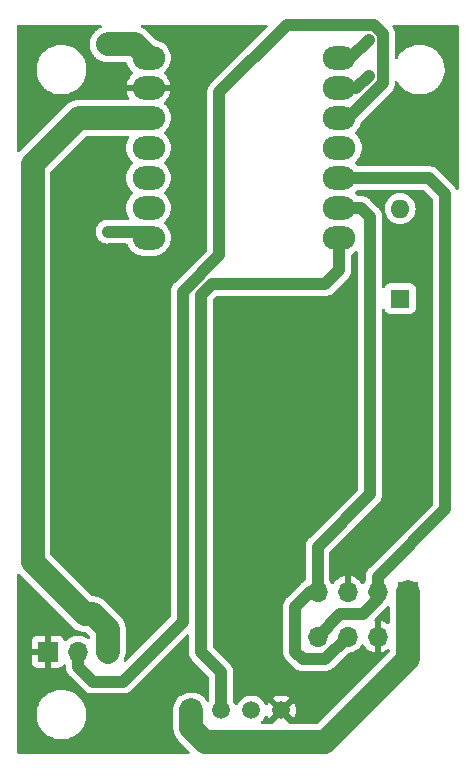
<source format=gbr>
%TF.GenerationSoftware,KiCad,Pcbnew,(6.0.6-0)*%
%TF.CreationDate,2025-06-29T09:16:52+02:00*%
%TF.ProjectId,meteo,6d657465-6f2e-46b6-9963-61645f706362,rev?*%
%TF.SameCoordinates,Original*%
%TF.FileFunction,Copper,L2,Bot*%
%TF.FilePolarity,Positive*%
%FSLAX46Y46*%
G04 Gerber Fmt 4.6, Leading zero omitted, Abs format (unit mm)*
G04 Created by KiCad (PCBNEW (6.0.6-0)) date 2025-06-29 09:16:52*
%MOMM*%
%LPD*%
G01*
G04 APERTURE LIST*
G04 Aperture macros list*
%AMRoundRect*
0 Rectangle with rounded corners*
0 $1 Rounding radius*
0 $2 $3 $4 $5 $6 $7 $8 $9 X,Y pos of 4 corners*
0 Add a 4 corners polygon primitive as box body*
4,1,4,$2,$3,$4,$5,$6,$7,$8,$9,$2,$3,0*
0 Add four circle primitives for the rounded corners*
1,1,$1+$1,$2,$3*
1,1,$1+$1,$4,$5*
1,1,$1+$1,$6,$7*
1,1,$1+$1,$8,$9*
0 Add four rect primitives between the rounded corners*
20,1,$1+$1,$2,$3,$4,$5,0*
20,1,$1+$1,$4,$5,$6,$7,0*
20,1,$1+$1,$6,$7,$8,$9,0*
20,1,$1+$1,$8,$9,$2,$3,0*%
G04 Aperture macros list end*
%TA.AperFunction,ComponentPad*%
%ADD10R,1.700000X1.700000*%
%TD*%
%TA.AperFunction,ComponentPad*%
%ADD11O,1.700000X1.700000*%
%TD*%
%TA.AperFunction,ComponentPad*%
%ADD12R,1.500000X1.500000*%
%TD*%
%TA.AperFunction,ComponentPad*%
%ADD13C,1.500000*%
%TD*%
%TA.AperFunction,ComponentPad*%
%ADD14R,1.600000X1.600000*%
%TD*%
%TA.AperFunction,ComponentPad*%
%ADD15O,1.600000X1.600000*%
%TD*%
%TA.AperFunction,SMDPad,CuDef*%
%ADD16RoundRect,1.000000X0.375000X0.000000X-0.375000X0.000000X-0.375000X0.000000X0.375000X0.000000X0*%
%TD*%
%TA.AperFunction,ViaPad*%
%ADD17C,2.000000*%
%TD*%
%TA.AperFunction,ViaPad*%
%ADD18C,4.000000*%
%TD*%
%TA.AperFunction,ViaPad*%
%ADD19C,1.000000*%
%TD*%
%TA.AperFunction,Conductor*%
%ADD20C,1.000000*%
%TD*%
%TA.AperFunction,Conductor*%
%ADD21C,2.000000*%
%TD*%
G04 APERTURE END LIST*
D10*
%TO.P,J6,1,Pin_1*%
%TO.N,+3.3V*%
X227320000Y-82550000D03*
D11*
%TO.P,J6,2,Pin_2*%
%TO.N,GND*%
X224780000Y-82550000D03*
%TO.P,J6,3,Pin_3*%
%TO.N,SCL*%
X222240000Y-82550000D03*
%TO.P,J6,4,Pin_4*%
%TO.N,SDA*%
X219700000Y-82550000D03*
%TD*%
D12*
%TO.P,U1,1,VCC*%
%TO.N,+3.3V*%
X209012500Y-88802500D03*
D13*
%TO.P,U1,2,IO*%
%TO.N,DHT*%
X211552500Y-88802500D03*
%TO.P,U1,3,NC*%
%TO.N,unconnected-(U1-Pad3)*%
X214092500Y-88802500D03*
%TO.P,U1,4,GND*%
%TO.N,GND*%
X216632500Y-88802500D03*
%TD*%
D14*
%TO.P,SW1,1*%
%TO.N,Net-(J4-Pad1)*%
X226695000Y-53932500D03*
D15*
%TO.P,SW1,2*%
%TO.N,+BATT*%
X226695000Y-46312500D03*
%TD*%
D10*
%TO.P,J2,1,Pin_1*%
%TO.N,+3.3V*%
X227320000Y-78740000D03*
D11*
%TO.P,J2,2,Pin_2*%
%TO.N,SDA*%
X224780000Y-78740000D03*
%TO.P,J2,3,Pin_3*%
%TO.N,GND*%
X222240000Y-78740000D03*
%TO.P,J2,4,Pin_4*%
%TO.N,SCL*%
X219700000Y-78740000D03*
%TD*%
D10*
%TO.P,U2,1,GND*%
%TO.N,GND*%
X196865000Y-83820000D03*
D11*
%TO.P,U2,2,DQ*%
%TO.N,ONE_WIRE*%
X199405000Y-83820000D03*
%TO.P,U2,3,VDD*%
%TO.N,+3.3V*%
X201945000Y-83820000D03*
%TD*%
D16*
%TO.P,U4,1,PA02_A0_D0*%
%TO.N,PROBE_SOLAR*%
X221557000Y-33556076D03*
%TO.P,U4,2,PA4_A1_D1*%
%TO.N,PROBE_BATT_V*%
X221557000Y-36096076D03*
%TO.P,U4,3,PA10_A2_D2*%
%TO.N,ONE_WIRE*%
X221557000Y-38636076D03*
%TO.P,U4,4,PA11_A3_D3*%
%TO.N,unconnected-(U4-Pad4)*%
X221557000Y-41176076D03*
%TO.P,U4,5,PA8_A4_D4_SDA*%
%TO.N,SDA*%
X221557000Y-43716076D03*
%TO.P,U4,6,PA9_A5_D5_SCL*%
%TO.N,SCL*%
X221557000Y-46256076D03*
%TO.P,U4,7,PB08_A6_D6_TX*%
%TO.N,DHT*%
X221557000Y-48796076D03*
%TO.P,U4,8,PB09_A7_D7_RX*%
%TO.N,PROBE_BATT_I*%
X205392000Y-48796076D03*
%TO.P,U4,9,PA7_A8_D8_SCK*%
%TO.N,unconnected-(U4-Pad9)*%
X205392000Y-46256076D03*
%TO.P,U4,10,PA5_A9_D9_MISO*%
%TO.N,unconnected-(U4-Pad10)*%
X205392000Y-43716076D03*
%TO.P,U4,11,PA6_A10_D10_MOSI*%
%TO.N,unconnected-(U4-Pad11)*%
X205392000Y-41176076D03*
%TO.P,U4,12,3V3*%
%TO.N,+3.3V*%
X205392000Y-38636076D03*
%TO.P,U4,13,GND*%
%TO.N,GND*%
X205392000Y-36096076D03*
%TO.P,U4,14,5V*%
%TO.N,+5V*%
X205392000Y-33556076D03*
%TD*%
D17*
%TO.N,GND*%
X226695000Y-49530000D03*
X229870000Y-40005000D03*
X213995000Y-81915000D03*
X227330000Y-69215000D03*
X220345000Y-69215000D03*
D18*
X202565000Y-62230000D03*
D19*
%TO.N,PROBE_BATT_I*%
X201930000Y-48260000D03*
%TO.N,PROBE_SOLAR*%
X224028000Y-32004000D03*
D17*
%TO.N,+5V*%
X201930000Y-32385000D03*
D19*
%TO.N,PROBE_BATT_V*%
X224028000Y-35052000D03*
%TD*%
D20*
%TO.N,PROBE_BATT_I*%
X204855924Y-48260000D02*
X205392000Y-48796076D01*
X201930000Y-48260000D02*
X204855924Y-48260000D01*
%TO.N,ONE_WIRE*%
X208280000Y-81280000D02*
X208280000Y-53340000D01*
X217098969Y-30735000D02*
X211351000Y-36482969D01*
X221557000Y-38636076D02*
X222284923Y-38636076D01*
X225228000Y-31506944D02*
X224456056Y-30735000D01*
X222284923Y-38636076D02*
X225228000Y-35692999D01*
X225228000Y-35692999D02*
X225228000Y-31506944D01*
X224456056Y-30735000D02*
X217098969Y-30735000D01*
X211351000Y-36482969D02*
X211351000Y-50269000D01*
X211351000Y-50269000D02*
X208280000Y-53340000D01*
%TO.N,PROBE_SOLAR*%
X221557000Y-33556076D02*
X222475924Y-33556076D01*
X222475924Y-33556076D02*
X224028000Y-32004000D01*
D21*
%TO.N,+3.3V*%
X200025000Y-80645000D02*
X200660000Y-80645000D01*
X227320000Y-82550000D02*
X227320000Y-78740000D01*
X220345000Y-91440000D02*
X227330000Y-84455000D01*
X200660000Y-80645000D02*
X201945000Y-81930000D01*
X209012500Y-88802500D02*
X209012500Y-90267500D01*
X210185000Y-91440000D02*
X220345000Y-91440000D01*
X205392000Y-38636076D02*
X199488924Y-38636076D01*
X195580000Y-76200000D02*
X200025000Y-80645000D01*
X195580000Y-42545000D02*
X195580000Y-76200000D01*
X227330000Y-82560000D02*
X227320000Y-82550000D01*
X227330000Y-84455000D02*
X227330000Y-82560000D01*
X201945000Y-81930000D02*
X201945000Y-83820000D01*
X199488924Y-38636076D02*
X195580000Y-42545000D01*
X209012500Y-90267500D02*
X210185000Y-91440000D01*
D20*
%TO.N,DHT*%
X220345000Y-52705000D02*
X210739000Y-52705000D01*
X210739000Y-52705000D02*
X209827000Y-53617000D01*
X221557000Y-51493000D02*
X220345000Y-52705000D01*
X209827000Y-83843000D02*
X211552500Y-85568500D01*
X221557000Y-48796076D02*
X221557000Y-51493000D01*
X211552500Y-85568500D02*
X211552500Y-88802500D01*
X209827000Y-53617000D02*
X209827000Y-83843000D01*
%TO.N,ONE_WIRE*%
X199405000Y-83820000D02*
X199405000Y-85105000D01*
X199405000Y-85105000D02*
X200660000Y-86360000D01*
X203200000Y-86360000D02*
X208280000Y-81280000D01*
X200660000Y-86360000D02*
X203200000Y-86360000D01*
%TO.N,SDA*%
X224780000Y-77480000D02*
X224780000Y-78740000D01*
X224780000Y-79385000D02*
X223520000Y-80645000D01*
X229136076Y-43716076D02*
X230505000Y-45085000D01*
X223520000Y-80645000D02*
X221605000Y-80645000D01*
X230505000Y-45085000D02*
X230505000Y-71755000D01*
X221605000Y-80645000D02*
X219700000Y-82550000D01*
X224780000Y-78740000D02*
X224780000Y-79385000D01*
X230505000Y-71755000D02*
X224780000Y-77480000D01*
X221557000Y-43716076D02*
X229136076Y-43716076D01*
D21*
%TO.N,+5V*%
X201930000Y-32385000D02*
X204220924Y-32385000D01*
X204220924Y-32385000D02*
X205392000Y-33556076D01*
D20*
%TO.N,SCL*%
X217805000Y-80010000D02*
X217805000Y-83820000D01*
X223421076Y-46256076D02*
X224155000Y-46990000D01*
X218440000Y-84455000D02*
X220335000Y-84455000D01*
X219075000Y-78740000D02*
X217805000Y-80010000D01*
X224155000Y-46990000D02*
X224155000Y-70485000D01*
X224155000Y-70485000D02*
X219700000Y-74940000D01*
X219700000Y-78740000D02*
X219075000Y-78740000D01*
X217805000Y-83820000D02*
X218440000Y-84455000D01*
X220335000Y-84455000D02*
X222240000Y-82550000D01*
X221557000Y-46256076D02*
X223421076Y-46256076D01*
X219700000Y-74940000D02*
X219700000Y-78740000D01*
%TO.N,PROBE_BATT_V*%
X222983924Y-36096076D02*
X224028000Y-35052000D01*
X221557000Y-36096076D02*
X222983924Y-36096076D01*
%TD*%
%TA.AperFunction,Conductor*%
%TO.N,GND*%
G36*
X194486012Y-77241952D02*
G01*
X194498010Y-77253846D01*
X194528698Y-77288655D01*
X194532612Y-77291870D01*
X194532613Y-77291871D01*
X194560987Y-77315178D01*
X194570107Y-77323448D01*
X198941342Y-81694684D01*
X198943796Y-81697206D01*
X199012332Y-81769681D01*
X199016349Y-81772752D01*
X199016352Y-81772755D01*
X199074761Y-81817412D01*
X199079893Y-81821554D01*
X199114252Y-81850795D01*
X199139720Y-81872470D01*
X199144046Y-81875090D01*
X199144053Y-81875095D01*
X199167824Y-81889491D01*
X199179071Y-81897163D01*
X199205174Y-81917120D01*
X199274416Y-81954247D01*
X199280137Y-81957510D01*
X199347357Y-81998220D01*
X199377834Y-82010534D01*
X199390150Y-82016303D01*
X199419109Y-82031831D01*
X199493433Y-82057423D01*
X199499561Y-82059714D01*
X199531906Y-82072782D01*
X199567733Y-82087258D01*
X199567737Y-82087259D01*
X199572429Y-82089155D01*
X199577368Y-82090277D01*
X199577371Y-82090278D01*
X199604460Y-82096432D01*
X199617559Y-82100163D01*
X199648631Y-82110862D01*
X199726100Y-82124243D01*
X199732504Y-82125523D01*
X199809144Y-82142935D01*
X199841953Y-82144999D01*
X199855453Y-82146585D01*
X199887836Y-82152179D01*
X199891793Y-82152359D01*
X199891796Y-82152359D01*
X199915506Y-82153436D01*
X199915525Y-82153436D01*
X199916925Y-82153500D01*
X199973106Y-82153500D01*
X199980989Y-82153747D01*
X199991545Y-82154411D01*
X200058271Y-82178649D01*
X200072726Y-82191067D01*
X200399595Y-82517936D01*
X200433621Y-82580248D01*
X200436500Y-82607031D01*
X200436500Y-82643407D01*
X200416498Y-82711528D01*
X200362842Y-82758021D01*
X200292568Y-82768125D01*
X200232408Y-82742289D01*
X200163414Y-82687800D01*
X200163410Y-82687798D01*
X200159359Y-82684598D01*
X199963789Y-82576638D01*
X199958920Y-82574914D01*
X199958916Y-82574912D01*
X199758087Y-82503795D01*
X199758083Y-82503794D01*
X199753212Y-82502069D01*
X199748119Y-82501162D01*
X199748116Y-82501161D01*
X199538373Y-82463800D01*
X199538367Y-82463799D01*
X199533284Y-82462894D01*
X199459452Y-82461992D01*
X199315081Y-82460228D01*
X199315079Y-82460228D01*
X199309911Y-82460165D01*
X199089091Y-82493955D01*
X198876756Y-82563357D01*
X198803071Y-82601715D01*
X198722982Y-82643407D01*
X198678607Y-82666507D01*
X198674474Y-82669610D01*
X198674471Y-82669612D01*
X198543264Y-82768125D01*
X198499965Y-82800635D01*
X198496393Y-82804373D01*
X198418898Y-82885466D01*
X198357374Y-82920895D01*
X198286462Y-82917438D01*
X198228676Y-82876192D01*
X198209823Y-82842644D01*
X198168324Y-82731946D01*
X198159786Y-82716351D01*
X198083285Y-82614276D01*
X198070724Y-82601715D01*
X197968649Y-82525214D01*
X197953054Y-82516676D01*
X197832606Y-82471522D01*
X197817351Y-82467895D01*
X197766486Y-82462369D01*
X197759672Y-82462000D01*
X197137115Y-82462000D01*
X197121876Y-82466475D01*
X197120671Y-82467865D01*
X197119000Y-82475548D01*
X197119000Y-85159884D01*
X197123475Y-85175123D01*
X197124865Y-85176328D01*
X197132548Y-85177999D01*
X197759669Y-85177999D01*
X197766490Y-85177629D01*
X197817352Y-85172105D01*
X197832604Y-85168479D01*
X197953054Y-85123324D01*
X197968649Y-85114786D01*
X198070724Y-85038285D01*
X198083285Y-85025724D01*
X198159788Y-84923646D01*
X198159980Y-84923295D01*
X198160261Y-84923014D01*
X198165172Y-84916462D01*
X198166118Y-84917171D01*
X198210238Y-84873149D01*
X198279629Y-84858135D01*
X198346121Y-84883020D01*
X198388605Y-84939903D01*
X198396500Y-84983804D01*
X198396500Y-85043157D01*
X198395763Y-85056764D01*
X198395115Y-85062734D01*
X198391676Y-85094388D01*
X198392213Y-85100523D01*
X198396050Y-85144388D01*
X198396379Y-85149214D01*
X198396500Y-85151686D01*
X198396500Y-85154769D01*
X198397674Y-85166738D01*
X198400690Y-85197506D01*
X198400812Y-85198819D01*
X198401831Y-85210462D01*
X198408913Y-85291413D01*
X198410400Y-85296532D01*
X198410920Y-85301833D01*
X198437791Y-85390834D01*
X198438126Y-85391967D01*
X198462182Y-85474765D01*
X198464091Y-85481336D01*
X198466544Y-85486068D01*
X198468084Y-85491169D01*
X198470978Y-85496612D01*
X198511731Y-85573260D01*
X198512343Y-85574426D01*
X198555108Y-85656926D01*
X198558431Y-85661089D01*
X198560934Y-85665796D01*
X198619755Y-85737918D01*
X198620446Y-85738774D01*
X198651738Y-85777973D01*
X198654242Y-85780477D01*
X198654884Y-85781195D01*
X198658585Y-85785528D01*
X198685935Y-85819062D01*
X198690682Y-85822989D01*
X198690684Y-85822991D01*
X198721262Y-85848287D01*
X198730042Y-85856277D01*
X199903145Y-87029379D01*
X199912247Y-87039522D01*
X199929513Y-87060996D01*
X199935968Y-87069025D01*
X199940696Y-87072992D01*
X199974421Y-87101291D01*
X199978069Y-87104472D01*
X199979881Y-87106115D01*
X199982075Y-87108309D01*
X200015349Y-87135642D01*
X200016147Y-87136304D01*
X200087474Y-87196154D01*
X200092144Y-87198722D01*
X200096261Y-87202103D01*
X200139522Y-87225299D01*
X200178086Y-87245977D01*
X200179245Y-87246606D01*
X200255381Y-87288462D01*
X200255389Y-87288465D01*
X200260787Y-87291433D01*
X200265869Y-87293045D01*
X200270563Y-87295562D01*
X200359531Y-87322762D01*
X200360559Y-87323082D01*
X200449306Y-87351235D01*
X200454602Y-87351829D01*
X200459698Y-87353387D01*
X200552257Y-87362790D01*
X200553393Y-87362911D01*
X200587008Y-87366681D01*
X200599730Y-87368108D01*
X200599734Y-87368108D01*
X200603227Y-87368500D01*
X200606754Y-87368500D01*
X200607739Y-87368555D01*
X200613419Y-87369002D01*
X200642825Y-87371989D01*
X200650337Y-87372752D01*
X200650339Y-87372752D01*
X200656462Y-87373374D01*
X200702108Y-87369059D01*
X200713967Y-87368500D01*
X203138157Y-87368500D01*
X203151764Y-87369237D01*
X203183262Y-87372659D01*
X203183267Y-87372659D01*
X203189388Y-87373324D01*
X203215638Y-87371027D01*
X203239388Y-87368950D01*
X203244214Y-87368621D01*
X203246686Y-87368500D01*
X203249769Y-87368500D01*
X203261738Y-87367326D01*
X203292506Y-87364310D01*
X203293819Y-87364188D01*
X203338084Y-87360315D01*
X203386413Y-87356087D01*
X203391532Y-87354600D01*
X203396833Y-87354080D01*
X203485834Y-87327209D01*
X203486967Y-87326874D01*
X203570414Y-87302630D01*
X203570418Y-87302628D01*
X203576336Y-87300909D01*
X203581068Y-87298456D01*
X203586169Y-87296916D01*
X203593173Y-87293192D01*
X203668260Y-87253269D01*
X203669426Y-87252657D01*
X203746453Y-87212729D01*
X203751926Y-87209892D01*
X203756089Y-87206569D01*
X203760796Y-87204066D01*
X203832918Y-87145245D01*
X203833774Y-87144554D01*
X203872973Y-87113262D01*
X203875477Y-87110758D01*
X203876195Y-87110116D01*
X203880528Y-87106415D01*
X203914062Y-87079065D01*
X203927150Y-87063245D01*
X203943287Y-87043738D01*
X203951277Y-87034958D01*
X206276071Y-84710164D01*
X208603405Y-82382829D01*
X208665717Y-82348803D01*
X208736532Y-82353868D01*
X208793368Y-82396415D01*
X208818179Y-82462935D01*
X208818500Y-82471924D01*
X208818500Y-83781157D01*
X208817763Y-83794764D01*
X208816175Y-83809388D01*
X208813676Y-83832388D01*
X208814213Y-83838523D01*
X208818050Y-83882388D01*
X208818379Y-83887214D01*
X208818500Y-83889686D01*
X208818500Y-83892769D01*
X208818801Y-83895837D01*
X208822690Y-83935506D01*
X208822812Y-83936819D01*
X208824592Y-83957164D01*
X208830913Y-84029413D01*
X208832400Y-84034532D01*
X208832920Y-84039833D01*
X208859791Y-84128834D01*
X208860126Y-84129967D01*
X208883847Y-84211612D01*
X208886091Y-84219336D01*
X208888544Y-84224068D01*
X208890084Y-84229169D01*
X208892978Y-84234612D01*
X208933731Y-84311260D01*
X208934343Y-84312426D01*
X208977108Y-84394926D01*
X208980431Y-84399089D01*
X208982934Y-84403796D01*
X209041755Y-84475918D01*
X209042446Y-84476774D01*
X209073738Y-84515973D01*
X209076242Y-84518477D01*
X209076884Y-84519195D01*
X209080585Y-84523528D01*
X209107935Y-84557062D01*
X209112682Y-84560989D01*
X209112684Y-84560991D01*
X209143262Y-84586287D01*
X209152042Y-84594277D01*
X210507095Y-85949330D01*
X210541121Y-86011642D01*
X210544000Y-86038425D01*
X210544000Y-87967018D01*
X210523998Y-88035139D01*
X210470342Y-88081632D01*
X210400068Y-88091736D01*
X210335488Y-88062242D01*
X210311380Y-88034160D01*
X210283862Y-87990462D01*
X210280290Y-87984789D01*
X210264892Y-87948140D01*
X210264245Y-87942184D01*
X210213115Y-87805795D01*
X210125761Y-87689239D01*
X210009205Y-87601885D01*
X209872816Y-87550755D01*
X209869698Y-87550416D01*
X209839238Y-87538241D01*
X209813179Y-87523074D01*
X209666422Y-87437659D01*
X209661696Y-87435845D01*
X209661692Y-87435843D01*
X209444522Y-87352480D01*
X209444518Y-87352479D01*
X209439798Y-87350667D01*
X209434848Y-87349633D01*
X209434845Y-87349632D01*
X209207131Y-87302060D01*
X209207127Y-87302060D01*
X209202180Y-87301026D01*
X208959683Y-87290014D01*
X208954663Y-87290595D01*
X208954659Y-87290595D01*
X208723571Y-87317333D01*
X208723567Y-87317334D01*
X208718544Y-87317915D01*
X208713680Y-87319291D01*
X208713677Y-87319292D01*
X208597033Y-87352299D01*
X208484968Y-87384010D01*
X208480392Y-87386144D01*
X208480386Y-87386146D01*
X208269546Y-87484462D01*
X208269542Y-87484464D01*
X208264964Y-87486599D01*
X208260783Y-87489440D01*
X208260782Y-87489441D01*
X208197307Y-87532579D01*
X208157342Y-87550195D01*
X208152184Y-87550755D01*
X208144795Y-87553525D01*
X208144791Y-87553526D01*
X208029008Y-87596932D01*
X208015795Y-87601885D01*
X207899239Y-87689239D01*
X207811885Y-87805795D01*
X207760755Y-87942184D01*
X207760023Y-87941909D01*
X207744975Y-87973614D01*
X207746195Y-87974400D01*
X207743455Y-87978652D01*
X207740380Y-87982674D01*
X207625669Y-88196609D01*
X207546638Y-88426131D01*
X207505321Y-88665336D01*
X207504000Y-88694425D01*
X207504000Y-90243484D01*
X207503951Y-90247002D01*
X207501166Y-90346705D01*
X207505378Y-90378268D01*
X207511558Y-90424586D01*
X207512258Y-90431139D01*
X207518560Y-90509465D01*
X207526397Y-90541370D01*
X207528926Y-90554758D01*
X207533271Y-90587320D01*
X207534732Y-90592161D01*
X207534733Y-90592163D01*
X207555978Y-90662529D01*
X207557719Y-90668890D01*
X207576463Y-90745206D01*
X207578441Y-90749866D01*
X207589301Y-90775451D01*
X207593938Y-90788261D01*
X207603433Y-90819708D01*
X207605651Y-90824256D01*
X207605654Y-90824263D01*
X207637871Y-90890318D01*
X207640607Y-90896320D01*
X207671312Y-90968656D01*
X207674004Y-90972930D01*
X207688819Y-90996456D01*
X207695445Y-91008360D01*
X207709846Y-91037888D01*
X207743918Y-91086187D01*
X207755141Y-91102097D01*
X207758801Y-91107586D01*
X207800667Y-91174067D01*
X207804008Y-91177856D01*
X207804012Y-91177862D01*
X207822398Y-91198717D01*
X207830844Y-91209412D01*
X207849774Y-91236247D01*
X207852444Y-91239171D01*
X207860657Y-91248165D01*
X207869409Y-91257750D01*
X207909125Y-91297466D01*
X207914544Y-91303236D01*
X207957850Y-91352358D01*
X207957853Y-91352361D01*
X207961198Y-91356155D01*
X207965112Y-91359370D01*
X207965113Y-91359371D01*
X207993487Y-91382678D01*
X208002597Y-91390938D01*
X208852065Y-92240407D01*
X208886089Y-92302717D01*
X208881024Y-92373533D01*
X208838477Y-92430368D01*
X208771957Y-92455179D01*
X208762968Y-92455500D01*
X194403500Y-92455500D01*
X194335379Y-92435498D01*
X194288886Y-92381842D01*
X194277500Y-92329500D01*
X194277500Y-89286703D01*
X195911743Y-89286703D01*
X195912302Y-89290947D01*
X195912302Y-89290951D01*
X195913721Y-89301731D01*
X195949268Y-89571734D01*
X196025129Y-89849036D01*
X196137923Y-90113476D01*
X196149693Y-90133142D01*
X196280509Y-90351719D01*
X196285561Y-90360161D01*
X196465313Y-90584528D01*
X196673851Y-90782423D01*
X196907317Y-90950186D01*
X196911112Y-90952195D01*
X196911113Y-90952196D01*
X196942201Y-90968656D01*
X197161392Y-91084712D01*
X197185699Y-91093607D01*
X197393868Y-91169786D01*
X197431373Y-91183511D01*
X197712264Y-91244755D01*
X197740841Y-91247004D01*
X197935282Y-91262307D01*
X197935291Y-91262307D01*
X197937739Y-91262500D01*
X198093271Y-91262500D01*
X198095407Y-91262354D01*
X198095418Y-91262354D01*
X198303548Y-91248165D01*
X198303554Y-91248164D01*
X198307825Y-91247873D01*
X198312020Y-91247004D01*
X198312022Y-91247004D01*
X198493547Y-91209412D01*
X198589342Y-91189574D01*
X198860343Y-91093607D01*
X199115812Y-90961750D01*
X199119313Y-90959289D01*
X199119317Y-90959287D01*
X199317917Y-90819708D01*
X199351023Y-90796441D01*
X199561622Y-90600740D01*
X199743713Y-90378268D01*
X199893927Y-90133142D01*
X200009483Y-89869898D01*
X200015285Y-89849532D01*
X200087068Y-89597534D01*
X200088244Y-89593406D01*
X200128751Y-89308784D01*
X200128792Y-89301140D01*
X200130235Y-89025583D01*
X200130235Y-89025576D01*
X200130257Y-89021297D01*
X200092732Y-88736266D01*
X200081673Y-88695839D01*
X200070585Y-88655311D01*
X200016871Y-88458964D01*
X199950461Y-88303269D01*
X199905763Y-88198476D01*
X199905761Y-88198472D01*
X199904077Y-88194524D01*
X199784648Y-87994973D01*
X199758643Y-87951521D01*
X199758640Y-87951517D01*
X199756439Y-87947839D01*
X199576687Y-87723472D01*
X199404221Y-87559808D01*
X199371258Y-87528527D01*
X199371255Y-87528525D01*
X199368149Y-87525577D01*
X199150332Y-87369059D01*
X199138172Y-87360321D01*
X199138171Y-87360320D01*
X199134683Y-87357814D01*
X199128721Y-87354657D01*
X199058228Y-87317333D01*
X198880608Y-87223288D01*
X198667485Y-87145296D01*
X198614658Y-87125964D01*
X198614656Y-87125963D01*
X198610627Y-87124489D01*
X198329736Y-87063245D01*
X198298685Y-87060801D01*
X198106718Y-87045693D01*
X198106709Y-87045693D01*
X198104261Y-87045500D01*
X197948729Y-87045500D01*
X197946593Y-87045646D01*
X197946582Y-87045646D01*
X197738452Y-87059835D01*
X197738446Y-87059836D01*
X197734175Y-87060127D01*
X197729980Y-87060996D01*
X197729978Y-87060996D01*
X197593416Y-87089277D01*
X197452658Y-87118426D01*
X197181657Y-87214393D01*
X197177848Y-87216359D01*
X197038151Y-87288462D01*
X196926188Y-87346250D01*
X196922687Y-87348711D01*
X196922683Y-87348713D01*
X196808583Y-87428904D01*
X196690977Y-87511559D01*
X196675892Y-87525577D01*
X196505562Y-87683858D01*
X196480378Y-87707260D01*
X196298287Y-87929732D01*
X196148073Y-88174858D01*
X196146347Y-88178791D01*
X196146346Y-88178792D01*
X196091445Y-88303860D01*
X196032517Y-88438102D01*
X195953756Y-88714594D01*
X195913249Y-88999216D01*
X195913227Y-89003505D01*
X195913226Y-89003512D01*
X195911765Y-89282417D01*
X195911743Y-89286703D01*
X194277500Y-89286703D01*
X194277500Y-84714669D01*
X195507001Y-84714669D01*
X195507371Y-84721490D01*
X195512895Y-84772352D01*
X195516521Y-84787604D01*
X195561676Y-84908054D01*
X195570214Y-84923649D01*
X195646715Y-85025724D01*
X195659276Y-85038285D01*
X195761351Y-85114786D01*
X195776946Y-85123324D01*
X195897394Y-85168478D01*
X195912649Y-85172105D01*
X195963514Y-85177631D01*
X195970328Y-85178000D01*
X196592885Y-85178000D01*
X196608124Y-85173525D01*
X196609329Y-85172135D01*
X196611000Y-85164452D01*
X196611000Y-84092115D01*
X196606525Y-84076876D01*
X196605135Y-84075671D01*
X196597452Y-84074000D01*
X195525116Y-84074000D01*
X195509877Y-84078475D01*
X195508672Y-84079865D01*
X195507001Y-84087548D01*
X195507001Y-84714669D01*
X194277500Y-84714669D01*
X194277500Y-83547885D01*
X195507000Y-83547885D01*
X195511475Y-83563124D01*
X195512865Y-83564329D01*
X195520548Y-83566000D01*
X196592885Y-83566000D01*
X196608124Y-83561525D01*
X196609329Y-83560135D01*
X196611000Y-83552452D01*
X196611000Y-82480116D01*
X196606525Y-82464877D01*
X196605135Y-82463672D01*
X196597452Y-82462001D01*
X195970331Y-82462001D01*
X195963510Y-82462371D01*
X195912648Y-82467895D01*
X195897396Y-82471521D01*
X195776946Y-82516676D01*
X195761351Y-82525214D01*
X195659276Y-82601715D01*
X195646715Y-82614276D01*
X195570214Y-82716351D01*
X195561676Y-82731946D01*
X195516522Y-82852394D01*
X195512895Y-82867649D01*
X195507369Y-82918514D01*
X195507000Y-82925328D01*
X195507000Y-83547885D01*
X194277500Y-83547885D01*
X194277500Y-77337176D01*
X194297502Y-77269055D01*
X194351158Y-77222562D01*
X194421432Y-77212458D01*
X194486012Y-77241952D01*
G37*
%TD.AperFunction*%
%TA.AperFunction,Conductor*%
G36*
X223073859Y-49901903D02*
G01*
X223127099Y-49948871D01*
X223146500Y-50016047D01*
X223146500Y-70015076D01*
X223126498Y-70083197D01*
X223109595Y-70104171D01*
X219030621Y-74183145D01*
X219020478Y-74192247D01*
X218990975Y-74215968D01*
X218987008Y-74220696D01*
X218958709Y-74254421D01*
X218955528Y-74258069D01*
X218953885Y-74259881D01*
X218951691Y-74262075D01*
X218924358Y-74295349D01*
X218923696Y-74296147D01*
X218863846Y-74367474D01*
X218861278Y-74372144D01*
X218857897Y-74376261D01*
X218826860Y-74434145D01*
X218814023Y-74458086D01*
X218813394Y-74459245D01*
X218771538Y-74535381D01*
X218771535Y-74535389D01*
X218768567Y-74540787D01*
X218766955Y-74545869D01*
X218764438Y-74550563D01*
X218737238Y-74639531D01*
X218736918Y-74640559D01*
X218708765Y-74729306D01*
X218708171Y-74734602D01*
X218706613Y-74739698D01*
X218705990Y-74745834D01*
X218697218Y-74832187D01*
X218697089Y-74833393D01*
X218691500Y-74883227D01*
X218691500Y-74886754D01*
X218691445Y-74887739D01*
X218690998Y-74893419D01*
X218686626Y-74936462D01*
X218687206Y-74942593D01*
X218690941Y-74982109D01*
X218691500Y-74993967D01*
X218691500Y-77725957D01*
X218671498Y-77794078D01*
X218624655Y-77837207D01*
X218606711Y-77846748D01*
X218605663Y-77847298D01*
X218530195Y-77886417D01*
X218523074Y-77890108D01*
X218518911Y-77893431D01*
X218514204Y-77895934D01*
X218442082Y-77954755D01*
X218441226Y-77955446D01*
X218402027Y-77986738D01*
X218399523Y-77989242D01*
X218398805Y-77989884D01*
X218394472Y-77993585D01*
X218360938Y-78020935D01*
X218357011Y-78025682D01*
X218357009Y-78025684D01*
X218331713Y-78056262D01*
X218323723Y-78065042D01*
X217135621Y-79253145D01*
X217125478Y-79262247D01*
X217095975Y-79285968D01*
X217063709Y-79324421D01*
X217060528Y-79328069D01*
X217058885Y-79329881D01*
X217056691Y-79332075D01*
X217029358Y-79365349D01*
X217028696Y-79366147D01*
X216968846Y-79437474D01*
X216966278Y-79442144D01*
X216962897Y-79446261D01*
X216948779Y-79472592D01*
X216919023Y-79528086D01*
X216918394Y-79529245D01*
X216876538Y-79605381D01*
X216876535Y-79605389D01*
X216873567Y-79610787D01*
X216871955Y-79615869D01*
X216869438Y-79620563D01*
X216842238Y-79709531D01*
X216841918Y-79710559D01*
X216813765Y-79799306D01*
X216813171Y-79804602D01*
X216811613Y-79809698D01*
X216803504Y-79889531D01*
X216802218Y-79902187D01*
X216802089Y-79903393D01*
X216799997Y-79922046D01*
X216796923Y-79949460D01*
X216796500Y-79953227D01*
X216796500Y-79956754D01*
X216796445Y-79957739D01*
X216795998Y-79963419D01*
X216791626Y-80006462D01*
X216794562Y-80037524D01*
X216795941Y-80052109D01*
X216796500Y-80063967D01*
X216796500Y-83758157D01*
X216795763Y-83771764D01*
X216793265Y-83794764D01*
X216791676Y-83809388D01*
X216792333Y-83816895D01*
X216796050Y-83859388D01*
X216796379Y-83864214D01*
X216796500Y-83866686D01*
X216796500Y-83869769D01*
X216796801Y-83872837D01*
X216800690Y-83912506D01*
X216800812Y-83913819D01*
X216803259Y-83941782D01*
X216808913Y-84006413D01*
X216810400Y-84011532D01*
X216810920Y-84016833D01*
X216837791Y-84105834D01*
X216838126Y-84106967D01*
X216844809Y-84129967D01*
X216864091Y-84196336D01*
X216866544Y-84201068D01*
X216868084Y-84206169D01*
X216870978Y-84211612D01*
X216911731Y-84288260D01*
X216912343Y-84289426D01*
X216952271Y-84366453D01*
X216955108Y-84371926D01*
X216958431Y-84376089D01*
X216960934Y-84380796D01*
X217019755Y-84452918D01*
X217020446Y-84453774D01*
X217051738Y-84492973D01*
X217054242Y-84495477D01*
X217054884Y-84496195D01*
X217058585Y-84500528D01*
X217085935Y-84534062D01*
X217107967Y-84552288D01*
X217121264Y-84563288D01*
X217130045Y-84571279D01*
X217683145Y-85124379D01*
X217692247Y-85134522D01*
X217715968Y-85164025D01*
X217743161Y-85186843D01*
X217754421Y-85196291D01*
X217758070Y-85199473D01*
X217759883Y-85201117D01*
X217762075Y-85203309D01*
X217795276Y-85230580D01*
X217796164Y-85231318D01*
X217831437Y-85260915D01*
X217862753Y-85287193D01*
X217862756Y-85287195D01*
X217867474Y-85291154D01*
X217872147Y-85293723D01*
X217876262Y-85297103D01*
X217881691Y-85300014D01*
X217881694Y-85300016D01*
X217958180Y-85341028D01*
X217959338Y-85341657D01*
X218035075Y-85383293D01*
X218040787Y-85386433D01*
X218045865Y-85388044D01*
X218050563Y-85390563D01*
X218139498Y-85417753D01*
X218140702Y-85418128D01*
X218229306Y-85446235D01*
X218234597Y-85446828D01*
X218239698Y-85448388D01*
X218332311Y-85457795D01*
X218333431Y-85457915D01*
X218383227Y-85463500D01*
X218386756Y-85463500D01*
X218387739Y-85463555D01*
X218393426Y-85464003D01*
X218413683Y-85466060D01*
X218430336Y-85467752D01*
X218430339Y-85467752D01*
X218436463Y-85468374D01*
X218482112Y-85464059D01*
X218493969Y-85463500D01*
X220273157Y-85463500D01*
X220286764Y-85464237D01*
X220318262Y-85467659D01*
X220318267Y-85467659D01*
X220324388Y-85468324D01*
X220350638Y-85466027D01*
X220374388Y-85463950D01*
X220379214Y-85463621D01*
X220381686Y-85463500D01*
X220384769Y-85463500D01*
X220396738Y-85462326D01*
X220427506Y-85459310D01*
X220428819Y-85459188D01*
X220473084Y-85455315D01*
X220521413Y-85451087D01*
X220526532Y-85449600D01*
X220531833Y-85449080D01*
X220620834Y-85422209D01*
X220621967Y-85421874D01*
X220705414Y-85397630D01*
X220705418Y-85397628D01*
X220711336Y-85395909D01*
X220716068Y-85393456D01*
X220721169Y-85391916D01*
X220733360Y-85385434D01*
X220803260Y-85348269D01*
X220804426Y-85347657D01*
X220881453Y-85307729D01*
X220881455Y-85307728D01*
X220886926Y-85304892D01*
X220891089Y-85301569D01*
X220895796Y-85299066D01*
X220901997Y-85294009D01*
X220917307Y-85281522D01*
X220967918Y-85240245D01*
X220968774Y-85239554D01*
X221007973Y-85208262D01*
X221010477Y-85205758D01*
X221011195Y-85205116D01*
X221015528Y-85201415D01*
X221049062Y-85174065D01*
X221078288Y-85138737D01*
X221086277Y-85129958D01*
X221678245Y-84537990D01*
X222274452Y-83941782D01*
X222336764Y-83907757D01*
X222347530Y-83905899D01*
X222450029Y-83892769D01*
X222518289Y-83884025D01*
X222518292Y-83884024D01*
X222523416Y-83883368D01*
X222528366Y-83881883D01*
X222732429Y-83820661D01*
X222732434Y-83820659D01*
X222737384Y-83819174D01*
X222937994Y-83720896D01*
X223119860Y-83591173D01*
X223278096Y-83433489D01*
X223302262Y-83399859D01*
X223408453Y-83252077D01*
X223409640Y-83252930D01*
X223456960Y-83209362D01*
X223526897Y-83197145D01*
X223592338Y-83224678D01*
X223620166Y-83256511D01*
X223677694Y-83350388D01*
X223683777Y-83358699D01*
X223823213Y-83519667D01*
X223830580Y-83526883D01*
X223994434Y-83662916D01*
X224002881Y-83668831D01*
X224186756Y-83776279D01*
X224196042Y-83780729D01*
X224395001Y-83856703D01*
X224404899Y-83859579D01*
X224508250Y-83880606D01*
X224522299Y-83879410D01*
X224526000Y-83869065D01*
X224526000Y-81233102D01*
X224512987Y-81188783D01*
X224506045Y-81177981D01*
X224506045Y-81106985D01*
X224537844Y-81053391D01*
X225449388Y-80141846D01*
X225459522Y-80132753D01*
X225484218Y-80112897D01*
X225489025Y-80109032D01*
X225521292Y-80070578D01*
X225524472Y-80066931D01*
X225526115Y-80065119D01*
X225528309Y-80062925D01*
X225555642Y-80029651D01*
X225556348Y-80028800D01*
X225568935Y-80013800D01*
X225588979Y-79989913D01*
X225648088Y-79950586D01*
X225719076Y-79949460D01*
X225779403Y-79986891D01*
X225809917Y-80050996D01*
X225811500Y-80070904D01*
X225811500Y-81374045D01*
X225791498Y-81442166D01*
X225737842Y-81488659D01*
X225667568Y-81498763D01*
X225607408Y-81472927D01*
X225538139Y-81418222D01*
X225529552Y-81412517D01*
X225343117Y-81309599D01*
X225333705Y-81305369D01*
X225132959Y-81234280D01*
X225122988Y-81231646D01*
X225051837Y-81218972D01*
X225038540Y-81220432D01*
X225034000Y-81234989D01*
X225034000Y-83868517D01*
X225038064Y-83882359D01*
X225051478Y-83884393D01*
X225058184Y-83883534D01*
X225068262Y-83881392D01*
X225272255Y-83820191D01*
X225281842Y-83816433D01*
X225473095Y-83722739D01*
X225481945Y-83717464D01*
X225622332Y-83617327D01*
X225689405Y-83594053D01*
X225758414Y-83610737D01*
X225807448Y-83662081D01*
X225821500Y-83719906D01*
X225821500Y-83777969D01*
X225801498Y-83846090D01*
X225784595Y-83867064D01*
X219757064Y-89894595D01*
X219694752Y-89928621D01*
X219667969Y-89931500D01*
X217435079Y-89931500D01*
X217366958Y-89911498D01*
X217323546Y-89864122D01*
X217310954Y-89840165D01*
X216645311Y-89174521D01*
X216631368Y-89166908D01*
X216629534Y-89167039D01*
X216622920Y-89171290D01*
X215953321Y-89840890D01*
X215939672Y-89865886D01*
X215889470Y-89916088D01*
X215829085Y-89931500D01*
X215047477Y-89931500D01*
X214979356Y-89911498D01*
X214932863Y-89857842D01*
X214922759Y-89787568D01*
X214952253Y-89722988D01*
X214958382Y-89716405D01*
X215060249Y-89614538D01*
X215072156Y-89597534D01*
X215183399Y-89438662D01*
X215183400Y-89438660D01*
X215186556Y-89434153D01*
X215188879Y-89429171D01*
X215188882Y-89429166D01*
X215248581Y-89301140D01*
X215295498Y-89247855D01*
X215363776Y-89228394D01*
X215431736Y-89248936D01*
X215476971Y-89301140D01*
X215536554Y-89428917D01*
X215542034Y-89438407D01*
X215570911Y-89479649D01*
X215581387Y-89488023D01*
X215594834Y-89480955D01*
X216260479Y-88815311D01*
X216266856Y-88803632D01*
X216996908Y-88803632D01*
X216997039Y-88805466D01*
X217001290Y-88812080D01*
X217670891Y-89481680D01*
X217682661Y-89488107D01*
X217694676Y-89478811D01*
X217722966Y-89438407D01*
X217728446Y-89428917D01*
X217816826Y-89239387D01*
X217820572Y-89229095D01*
X217874696Y-89027099D01*
X217876599Y-89016304D01*
X217894826Y-88807975D01*
X217894826Y-88797025D01*
X217876599Y-88588696D01*
X217874696Y-88577901D01*
X217820572Y-88375905D01*
X217816826Y-88365613D01*
X217728446Y-88176083D01*
X217722966Y-88166593D01*
X217694089Y-88125351D01*
X217683613Y-88116977D01*
X217670166Y-88124045D01*
X217004521Y-88789689D01*
X216996908Y-88803632D01*
X216266856Y-88803632D01*
X216268092Y-88801368D01*
X216267961Y-88799534D01*
X216263710Y-88792920D01*
X215594109Y-88123320D01*
X215582339Y-88116893D01*
X215570324Y-88126189D01*
X215542034Y-88166593D01*
X215536554Y-88176083D01*
X215476971Y-88303860D01*
X215430054Y-88357145D01*
X215361776Y-88376606D01*
X215293816Y-88356064D01*
X215248581Y-88303860D01*
X215188882Y-88175834D01*
X215188879Y-88175828D01*
X215186556Y-88170847D01*
X215155286Y-88126189D01*
X215063408Y-87994973D01*
X215063406Y-87994970D01*
X215060249Y-87990462D01*
X214904538Y-87834751D01*
X214785483Y-87751387D01*
X215946977Y-87751387D01*
X215954045Y-87764834D01*
X216619689Y-88430479D01*
X216633632Y-88438092D01*
X216635466Y-88437961D01*
X216642080Y-88433710D01*
X217311680Y-87764109D01*
X217318107Y-87752339D01*
X217308813Y-87740325D01*
X217268412Y-87712036D01*
X217258916Y-87706553D01*
X217069387Y-87618174D01*
X217059095Y-87614428D01*
X216857099Y-87560304D01*
X216846304Y-87558401D01*
X216637975Y-87540174D01*
X216627025Y-87540174D01*
X216418696Y-87558401D01*
X216407901Y-87560304D01*
X216205905Y-87614428D01*
X216195613Y-87618174D01*
X216006083Y-87706554D01*
X215996593Y-87712034D01*
X215955351Y-87740911D01*
X215946977Y-87751387D01*
X214785483Y-87751387D01*
X214724154Y-87708444D01*
X214524576Y-87615380D01*
X214311871Y-87558385D01*
X214092500Y-87539193D01*
X213873129Y-87558385D01*
X213660424Y-87615380D01*
X213567062Y-87658915D01*
X213465834Y-87706118D01*
X213465829Y-87706121D01*
X213460847Y-87708444D01*
X213456340Y-87711600D01*
X213456338Y-87711601D01*
X213284973Y-87831592D01*
X213284970Y-87831594D01*
X213280462Y-87834751D01*
X213124751Y-87990462D01*
X213121594Y-87994970D01*
X213121592Y-87994973D01*
X213029714Y-88126189D01*
X212998444Y-88170847D01*
X212996121Y-88175828D01*
X212996118Y-88175834D01*
X212936695Y-88303269D01*
X212889778Y-88356554D01*
X212821501Y-88376015D01*
X212753541Y-88355473D01*
X212708305Y-88303269D01*
X212648879Y-88175828D01*
X212648877Y-88175825D01*
X212646556Y-88170847D01*
X212583787Y-88081203D01*
X212561000Y-88008933D01*
X212561000Y-85630350D01*
X212561737Y-85616742D01*
X212565160Y-85585237D01*
X212565160Y-85585233D01*
X212565825Y-85579112D01*
X212562288Y-85538675D01*
X212561449Y-85529089D01*
X212561119Y-85524252D01*
X212561000Y-85521814D01*
X212561000Y-85518731D01*
X212558831Y-85496612D01*
X212556818Y-85476080D01*
X212556696Y-85474765D01*
X212549125Y-85388223D01*
X212549125Y-85388221D01*
X212548588Y-85382087D01*
X212547099Y-85376963D01*
X212546580Y-85371667D01*
X212519711Y-85282672D01*
X212519370Y-85281522D01*
X212504678Y-85230953D01*
X212493409Y-85192164D01*
X212490956Y-85187432D01*
X212489416Y-85182331D01*
X212486528Y-85176900D01*
X212486525Y-85176892D01*
X212445737Y-85100180D01*
X212445125Y-85099014D01*
X212405229Y-85022048D01*
X212402392Y-85016575D01*
X212399070Y-85012414D01*
X212396566Y-85007704D01*
X212377074Y-84983804D01*
X212337814Y-84935668D01*
X212336983Y-84934639D01*
X212315761Y-84908054D01*
X212305762Y-84895528D01*
X212303271Y-84893037D01*
X212302621Y-84892310D01*
X212298906Y-84887961D01*
X212286825Y-84873149D01*
X212271565Y-84854438D01*
X212266823Y-84850515D01*
X212266821Y-84850513D01*
X212236227Y-84825203D01*
X212227447Y-84817213D01*
X210872405Y-83462171D01*
X210838379Y-83399859D01*
X210835500Y-83373076D01*
X210835500Y-54086926D01*
X210855502Y-54018805D01*
X210872404Y-53997831D01*
X211119829Y-53750405D01*
X211182142Y-53716380D01*
X211208925Y-53713500D01*
X220283157Y-53713500D01*
X220296764Y-53714237D01*
X220328262Y-53717659D01*
X220328267Y-53717659D01*
X220334388Y-53718324D01*
X220360638Y-53716027D01*
X220384388Y-53713950D01*
X220389214Y-53713621D01*
X220391686Y-53713500D01*
X220394769Y-53713500D01*
X220406738Y-53712326D01*
X220437506Y-53709310D01*
X220438819Y-53709188D01*
X220483084Y-53705315D01*
X220531413Y-53701087D01*
X220536532Y-53699600D01*
X220541833Y-53699080D01*
X220630834Y-53672209D01*
X220631967Y-53671874D01*
X220715414Y-53647630D01*
X220715418Y-53647628D01*
X220721336Y-53645909D01*
X220726068Y-53643456D01*
X220731169Y-53641916D01*
X220736612Y-53639022D01*
X220813260Y-53598269D01*
X220814426Y-53597657D01*
X220891453Y-53557729D01*
X220896926Y-53554892D01*
X220901089Y-53551569D01*
X220905796Y-53549066D01*
X220977918Y-53490245D01*
X220978774Y-53489554D01*
X221017973Y-53458262D01*
X221020477Y-53455758D01*
X221021195Y-53455116D01*
X221025528Y-53451415D01*
X221059062Y-53424065D01*
X221088288Y-53388737D01*
X221096277Y-53379958D01*
X222226379Y-52249855D01*
X222236522Y-52240753D01*
X222261218Y-52220897D01*
X222266025Y-52217032D01*
X222298292Y-52178578D01*
X222301472Y-52174931D01*
X222303115Y-52173119D01*
X222305309Y-52170925D01*
X222332642Y-52137651D01*
X222333348Y-52136800D01*
X222389195Y-52070244D01*
X222393154Y-52065526D01*
X222395722Y-52060856D01*
X222399103Y-52056739D01*
X222442977Y-51974914D01*
X222443606Y-51973755D01*
X222485462Y-51897619D01*
X222485465Y-51897611D01*
X222488433Y-51892213D01*
X222490045Y-51887131D01*
X222492562Y-51882437D01*
X222519747Y-51793523D01*
X222520139Y-51792265D01*
X222546372Y-51709567D01*
X222548235Y-51703694D01*
X222548829Y-51698403D01*
X222550388Y-51693302D01*
X222559790Y-51600737D01*
X222559925Y-51599470D01*
X222565108Y-51553270D01*
X222565108Y-51553265D01*
X222565500Y-51549773D01*
X222565500Y-51546248D01*
X222565555Y-51545263D01*
X222566004Y-51539559D01*
X222569752Y-51502666D01*
X222569752Y-51502661D01*
X222570374Y-51496538D01*
X222566059Y-51450891D01*
X222565500Y-51439033D01*
X222565500Y-50247027D01*
X222585502Y-50178906D01*
X222626228Y-50139251D01*
X222817280Y-50023546D01*
X222938837Y-49920093D01*
X223003677Y-49891175D01*
X223073859Y-49901903D01*
G37*
%TD.AperFunction*%
%TA.AperFunction,Conductor*%
G36*
X201385147Y-30763502D02*
G01*
X201431640Y-30817158D01*
X201441744Y-30887432D01*
X201412250Y-30952012D01*
X201366261Y-30985482D01*
X201358834Y-30988635D01*
X201343565Y-30995116D01*
X201342717Y-30995472D01*
X201243037Y-31036760D01*
X201239163Y-31039134D01*
X201234592Y-31041266D01*
X201233512Y-31041831D01*
X201228844Y-31043812D01*
X201132227Y-31104655D01*
X201131042Y-31105391D01*
X201040584Y-31160824D01*
X201036816Y-31164042D01*
X201032990Y-31166822D01*
X201028813Y-31169650D01*
X201027721Y-31170467D01*
X201023433Y-31173167D01*
X201019639Y-31176512D01*
X200940422Y-31246350D01*
X200938928Y-31247646D01*
X200865529Y-31310335D01*
X200860031Y-31315031D01*
X200856822Y-31318788D01*
X200853317Y-31322293D01*
X200853236Y-31322212D01*
X200845764Y-31329802D01*
X200841345Y-31333698D01*
X200838130Y-31337612D01*
X200838129Y-31337613D01*
X200773189Y-31416672D01*
X200771637Y-31418526D01*
X200705824Y-31495584D01*
X200702886Y-31500379D01*
X200692821Y-31514514D01*
X200690480Y-31517364D01*
X200690475Y-31517372D01*
X200687266Y-31521278D01*
X200684724Y-31525646D01*
X200634792Y-31611437D01*
X200633361Y-31613832D01*
X200581760Y-31698037D01*
X200579868Y-31702606D01*
X200579867Y-31702607D01*
X200578514Y-31705874D01*
X200571006Y-31721033D01*
X200565159Y-31731078D01*
X200532116Y-31817158D01*
X200528881Y-31825586D01*
X200527659Y-31828648D01*
X200490895Y-31917406D01*
X200489739Y-31922220D01*
X200489739Y-31922221D01*
X200488248Y-31928432D01*
X200483360Y-31944174D01*
X200478167Y-31957702D01*
X200477133Y-31962652D01*
X200458085Y-32053829D01*
X200457267Y-32057476D01*
X200444465Y-32110800D01*
X200435465Y-32148289D01*
X200435077Y-32153222D01*
X200434351Y-32162440D01*
X200432078Y-32178315D01*
X200428526Y-32195320D01*
X200428297Y-32200370D01*
X200428296Y-32200375D01*
X200424206Y-32290455D01*
X200423949Y-32294608D01*
X200416835Y-32385000D01*
X200417223Y-32389931D01*
X200417223Y-32389935D01*
X200418173Y-32402012D01*
X200418431Y-32417604D01*
X200417743Y-32432759D01*
X200417743Y-32432766D01*
X200417514Y-32437817D01*
X200418095Y-32442837D01*
X200418095Y-32442843D01*
X200428122Y-32529504D01*
X200428569Y-32534098D01*
X200434257Y-32606359D01*
X200435465Y-32621711D01*
X200436619Y-32626517D01*
X200440113Y-32641072D01*
X200442759Y-32656002D01*
X200444025Y-32666939D01*
X200445415Y-32678956D01*
X200446791Y-32683818D01*
X200469755Y-32764975D01*
X200471033Y-32769866D01*
X200490895Y-32852594D01*
X200499610Y-32873634D01*
X200504436Y-32887532D01*
X200511510Y-32912532D01*
X200513646Y-32917113D01*
X200513648Y-32917118D01*
X200548047Y-32990887D01*
X200550261Y-32995918D01*
X200581760Y-33071963D01*
X200595142Y-33093800D01*
X200601904Y-33106384D01*
X200614099Y-33132536D01*
X200616941Y-33136717D01*
X200616945Y-33136725D01*
X200661070Y-33201653D01*
X200664285Y-33206632D01*
X200705824Y-33274416D01*
X200709038Y-33278179D01*
X200724318Y-33296070D01*
X200732717Y-33307076D01*
X200743802Y-33323386D01*
X200750544Y-33333307D01*
X200754023Y-33336985D01*
X200754023Y-33336986D01*
X200805946Y-33391893D01*
X200810209Y-33396636D01*
X200856817Y-33451207D01*
X200856824Y-33451214D01*
X200860031Y-33454969D01*
X200883855Y-33475317D01*
X200893556Y-33484539D01*
X200917332Y-33509681D01*
X200921358Y-33512759D01*
X200921359Y-33512760D01*
X200979092Y-33556900D01*
X200984394Y-33561185D01*
X201040584Y-33609176D01*
X201044798Y-33611758D01*
X201044803Y-33611762D01*
X201069720Y-33627031D01*
X201080416Y-33634368D01*
X201106158Y-33654050D01*
X201106162Y-33654053D01*
X201110174Y-33657120D01*
X201114624Y-33659506D01*
X201114627Y-33659508D01*
X201176151Y-33692496D01*
X201182446Y-33696109D01*
X201243037Y-33733240D01*
X201277253Y-33747413D01*
X201288547Y-33752763D01*
X201324109Y-33771831D01*
X201392188Y-33795272D01*
X201399333Y-33797979D01*
X201462406Y-33824105D01*
X201501182Y-33833415D01*
X201512767Y-33836792D01*
X201548842Y-33849214D01*
X201548853Y-33849217D01*
X201553631Y-33850862D01*
X201621739Y-33862626D01*
X201629673Y-33864262D01*
X201688476Y-33878380D01*
X201688482Y-33878381D01*
X201693289Y-33879535D01*
X201735884Y-33882887D01*
X201747435Y-33884337D01*
X201792836Y-33892179D01*
X201796797Y-33892359D01*
X201796798Y-33892359D01*
X201820506Y-33893436D01*
X201820525Y-33893436D01*
X201821925Y-33893500D01*
X201865771Y-33893500D01*
X201875657Y-33893888D01*
X201930000Y-33898165D01*
X201984343Y-33893888D01*
X201994229Y-33893500D01*
X203446100Y-33893500D01*
X203514221Y-33913502D01*
X203560714Y-33967158D01*
X203568969Y-33991588D01*
X203571722Y-34003707D01*
X203571724Y-34003714D01*
X203572845Y-34008647D01*
X203574739Y-34013335D01*
X203574740Y-34013338D01*
X203651009Y-34202108D01*
X203663780Y-34233718D01*
X203666403Y-34238049D01*
X203771326Y-34411297D01*
X203789530Y-34441356D01*
X203946859Y-34626217D01*
X203950706Y-34629491D01*
X204069333Y-34730451D01*
X204108246Y-34789834D01*
X204108877Y-34860828D01*
X204069333Y-34922359D01*
X203951061Y-35023016D01*
X203943940Y-35030137D01*
X203793220Y-35207233D01*
X203787312Y-35215424D01*
X203666852Y-35414327D01*
X203662332Y-35423353D01*
X203575219Y-35638964D01*
X203572203Y-35648588D01*
X203532257Y-35824412D01*
X203533134Y-35838485D01*
X203542496Y-35842076D01*
X207237641Y-35842076D01*
X207251172Y-35838103D01*
X207252599Y-35828179D01*
X207211797Y-35648588D01*
X207208781Y-35638964D01*
X207121668Y-35423353D01*
X207117148Y-35414327D01*
X206996688Y-35215424D01*
X206990780Y-35207233D01*
X206840060Y-35030137D01*
X206832939Y-35023016D01*
X206714667Y-34922359D01*
X206675754Y-34862976D01*
X206675123Y-34791983D01*
X206714667Y-34730451D01*
X206833294Y-34629491D01*
X206837141Y-34626217D01*
X206994470Y-34441356D01*
X207012675Y-34411297D01*
X207117597Y-34238049D01*
X207120220Y-34233718D01*
X207132992Y-34202108D01*
X207209260Y-34013338D01*
X207209261Y-34013335D01*
X207211155Y-34008647D01*
X207212278Y-34003707D01*
X207244173Y-33863315D01*
X207264935Y-33771932D01*
X207270370Y-33696109D01*
X207275339Y-33626795D01*
X207275339Y-33626787D01*
X207275500Y-33624545D01*
X207275499Y-33487608D01*
X207273390Y-33458175D01*
X207265277Y-33344988D01*
X207265277Y-33344985D01*
X207264935Y-33340220D01*
X207263876Y-33335556D01*
X207212276Y-33108438D01*
X207212275Y-33108435D01*
X207211155Y-33103505D01*
X207167687Y-32995918D01*
X207122117Y-32883128D01*
X207122114Y-32883123D01*
X207120220Y-32878434D01*
X207054469Y-32769866D01*
X206997095Y-32675130D01*
X206997094Y-32675128D01*
X206994470Y-32670796D01*
X206837141Y-32485935D01*
X206652280Y-32328606D01*
X206444642Y-32202856D01*
X206439953Y-32200962D01*
X206439948Y-32200959D01*
X206224262Y-32113816D01*
X206224259Y-32113815D01*
X206219571Y-32111921D01*
X206214641Y-32110801D01*
X206214638Y-32110800D01*
X206075966Y-32079295D01*
X206014786Y-32045521D01*
X205304599Y-31335334D01*
X205302145Y-31332812D01*
X205237062Y-31263988D01*
X205237059Y-31263986D01*
X205233592Y-31260319D01*
X205171163Y-31212589D01*
X205166032Y-31208448D01*
X205110057Y-31160809D01*
X205110056Y-31160808D01*
X205106204Y-31157530D01*
X205101879Y-31154911D01*
X205101874Y-31154907D01*
X205078100Y-31140509D01*
X205066853Y-31132837D01*
X205040750Y-31112880D01*
X205025301Y-31104596D01*
X204971523Y-31075761D01*
X204965792Y-31072493D01*
X204898566Y-31031779D01*
X204868105Y-31019472D01*
X204855765Y-31013692D01*
X204831274Y-31000560D01*
X204831275Y-31000560D01*
X204826815Y-30998169D01*
X204822031Y-30996522D01*
X204822027Y-30996520D01*
X204799127Y-30988635D01*
X204741229Y-30947545D01*
X204714738Y-30881676D01*
X204728063Y-30811942D01*
X204776975Y-30760481D01*
X204840148Y-30743500D01*
X215360045Y-30743500D01*
X215428166Y-30763502D01*
X215474659Y-30817158D01*
X215484763Y-30887432D01*
X215455269Y-30952012D01*
X215449140Y-30958595D01*
X210681621Y-35726114D01*
X210671478Y-35735216D01*
X210649025Y-35753269D01*
X210641975Y-35758937D01*
X210631361Y-35771586D01*
X210609709Y-35797390D01*
X210606528Y-35801038D01*
X210604885Y-35802850D01*
X210602691Y-35805044D01*
X210575358Y-35838318D01*
X210574696Y-35839116D01*
X210514846Y-35910443D01*
X210512278Y-35915113D01*
X210508897Y-35919230D01*
X210481039Y-35971186D01*
X210465023Y-36001055D01*
X210464394Y-36002214D01*
X210422538Y-36078350D01*
X210422535Y-36078358D01*
X210419567Y-36083756D01*
X210417955Y-36088838D01*
X210415438Y-36093532D01*
X210388238Y-36182500D01*
X210387920Y-36183522D01*
X210359765Y-36272275D01*
X210359171Y-36277571D01*
X210357613Y-36282667D01*
X210348242Y-36374924D01*
X210348218Y-36375156D01*
X210348089Y-36376362D01*
X210342500Y-36426196D01*
X210342500Y-36429723D01*
X210342445Y-36430708D01*
X210341998Y-36436388D01*
X210339011Y-36465794D01*
X210338310Y-36472701D01*
X210337626Y-36479431D01*
X210338206Y-36485562D01*
X210341941Y-36525078D01*
X210342500Y-36536936D01*
X210342500Y-49799075D01*
X210322498Y-49867196D01*
X210305595Y-49888170D01*
X207610621Y-52583145D01*
X207600478Y-52592247D01*
X207570975Y-52615968D01*
X207563926Y-52624369D01*
X207538709Y-52654421D01*
X207535528Y-52658069D01*
X207533885Y-52659881D01*
X207531691Y-52662075D01*
X207504358Y-52695349D01*
X207503696Y-52696147D01*
X207443846Y-52767474D01*
X207441278Y-52772144D01*
X207437897Y-52776261D01*
X207406860Y-52834145D01*
X207394023Y-52858086D01*
X207393394Y-52859245D01*
X207351538Y-52935381D01*
X207351535Y-52935389D01*
X207348567Y-52940787D01*
X207346955Y-52945869D01*
X207344438Y-52950563D01*
X207317238Y-53039531D01*
X207316918Y-53040559D01*
X207288765Y-53129306D01*
X207288171Y-53134602D01*
X207286613Y-53139698D01*
X207285990Y-53145834D01*
X207277218Y-53232187D01*
X207277089Y-53233393D01*
X207271500Y-53283227D01*
X207271500Y-53286754D01*
X207271445Y-53287739D01*
X207270998Y-53293419D01*
X207266626Y-53336462D01*
X207267206Y-53342593D01*
X207270941Y-53382109D01*
X207271500Y-53393967D01*
X207271500Y-80810075D01*
X207251498Y-80878196D01*
X207234595Y-80899170D01*
X205081955Y-83051811D01*
X203500445Y-84633321D01*
X203438133Y-84667347D01*
X203367318Y-84662282D01*
X203310482Y-84619735D01*
X203285671Y-84553215D01*
X203300306Y-84484685D01*
X203329439Y-84430352D01*
X203331831Y-84425891D01*
X203410862Y-84196369D01*
X203439700Y-84029413D01*
X203451504Y-83961074D01*
X203451505Y-83961068D01*
X203452179Y-83957164D01*
X203453500Y-83928075D01*
X203453500Y-81954002D01*
X203453549Y-81950483D01*
X203456193Y-81855850D01*
X203456193Y-81855847D01*
X203456334Y-81850795D01*
X203445941Y-81772902D01*
X203445241Y-81766353D01*
X203439346Y-81693077D01*
X203439345Y-81693073D01*
X203438940Y-81688035D01*
X203431101Y-81656122D01*
X203428573Y-81642738D01*
X203428155Y-81639600D01*
X203424229Y-81610180D01*
X203416901Y-81585909D01*
X203401522Y-81534971D01*
X203399781Y-81528608D01*
X203396861Y-81516719D01*
X203381037Y-81452294D01*
X203368199Y-81422048D01*
X203363561Y-81409237D01*
X203360074Y-81397688D01*
X203354067Y-81377792D01*
X203351849Y-81373244D01*
X203351846Y-81373237D01*
X203319629Y-81307182D01*
X203316893Y-81301180D01*
X203288162Y-81233495D01*
X203286188Y-81228844D01*
X203268681Y-81201044D01*
X203262052Y-81189134D01*
X203261881Y-81188783D01*
X203247654Y-81159612D01*
X203202357Y-81095400D01*
X203198699Y-81089914D01*
X203159529Y-81027714D01*
X203159528Y-81027713D01*
X203156833Y-81023433D01*
X203153492Y-81019644D01*
X203153488Y-81019638D01*
X203135102Y-80998783D01*
X203126656Y-80988088D01*
X203110009Y-80964490D01*
X203107726Y-80961253D01*
X203088091Y-80939750D01*
X203048375Y-80900034D01*
X203042956Y-80894264D01*
X202999650Y-80845142D01*
X202999647Y-80845139D01*
X202996302Y-80841345D01*
X202964011Y-80814821D01*
X202954892Y-80806551D01*
X201743675Y-79595334D01*
X201741221Y-79592812D01*
X201676138Y-79523988D01*
X201676135Y-79523986D01*
X201672668Y-79520319D01*
X201610239Y-79472589D01*
X201605108Y-79468448D01*
X201549133Y-79420809D01*
X201549132Y-79420808D01*
X201545280Y-79417530D01*
X201540955Y-79414911D01*
X201540950Y-79414907D01*
X201517176Y-79400509D01*
X201505929Y-79392837D01*
X201479826Y-79372880D01*
X201410592Y-79335757D01*
X201404868Y-79332493D01*
X201341966Y-79294398D01*
X201337642Y-79291779D01*
X201307181Y-79279472D01*
X201294841Y-79273692D01*
X201270350Y-79260560D01*
X201270351Y-79260560D01*
X201265891Y-79258169D01*
X201261110Y-79256523D01*
X201261106Y-79256521D01*
X201191599Y-79232588D01*
X201185421Y-79230278D01*
X201117266Y-79202742D01*
X201117267Y-79202742D01*
X201112571Y-79200845D01*
X201080539Y-79193568D01*
X201067441Y-79189837D01*
X201036369Y-79179138D01*
X200958900Y-79165757D01*
X200952496Y-79164477D01*
X200875856Y-79147065D01*
X200843047Y-79145001D01*
X200829547Y-79143415D01*
X200797164Y-79137821D01*
X200793207Y-79137641D01*
X200793204Y-79137641D01*
X200769494Y-79136564D01*
X200769475Y-79136564D01*
X200768075Y-79136500D01*
X200711893Y-79136500D01*
X200703983Y-79136251D01*
X200695666Y-79135728D01*
X200693459Y-79135589D01*
X200626728Y-79111350D01*
X200612274Y-79098933D01*
X197125405Y-75612064D01*
X197091379Y-75549752D01*
X197088500Y-75522969D01*
X197088500Y-43222031D01*
X197108502Y-43153910D01*
X197125405Y-43132936D01*
X200076861Y-40181481D01*
X200139173Y-40147455D01*
X200165956Y-40144576D01*
X203654470Y-40144576D01*
X203722591Y-40164578D01*
X203769084Y-40218234D01*
X203779188Y-40288508D01*
X203762246Y-40335847D01*
X203666403Y-40494102D01*
X203666400Y-40494107D01*
X203663780Y-40498434D01*
X203572845Y-40723505D01*
X203519065Y-40960220D01*
X203508500Y-41107607D01*
X203508501Y-41244544D01*
X203519065Y-41391932D01*
X203520123Y-41396590D01*
X203520124Y-41396595D01*
X203550828Y-41531738D01*
X203572845Y-41628647D01*
X203574739Y-41633335D01*
X203574740Y-41633338D01*
X203611845Y-41725174D01*
X203663780Y-41853718D01*
X203789530Y-42061356D01*
X203946859Y-42246217D01*
X203950706Y-42249491D01*
X204068947Y-42350122D01*
X204107860Y-42409505D01*
X204108491Y-42480499D01*
X204068947Y-42542030D01*
X203946859Y-42645935D01*
X203789530Y-42830796D01*
X203786906Y-42835128D01*
X203786905Y-42835130D01*
X203707762Y-42965811D01*
X203663780Y-43038434D01*
X203661886Y-43043123D01*
X203661883Y-43043128D01*
X203574740Y-43258814D01*
X203572845Y-43263505D01*
X203519065Y-43500220D01*
X203508500Y-43647607D01*
X203508501Y-43784544D01*
X203519065Y-43931932D01*
X203520123Y-43936590D01*
X203520124Y-43936595D01*
X203571724Y-44163714D01*
X203572845Y-44168647D01*
X203574739Y-44173335D01*
X203574740Y-44173338D01*
X203652989Y-44367009D01*
X203663780Y-44393718D01*
X203666403Y-44398049D01*
X203751492Y-44538547D01*
X203789530Y-44601356D01*
X203946859Y-44786217D01*
X203950706Y-44789491D01*
X204068947Y-44890122D01*
X204107860Y-44949505D01*
X204108491Y-45020499D01*
X204068947Y-45082030D01*
X203946859Y-45185935D01*
X203789530Y-45370796D01*
X203786906Y-45375128D01*
X203786905Y-45375130D01*
X203707762Y-45505811D01*
X203663780Y-45578434D01*
X203661886Y-45583123D01*
X203661883Y-45583128D01*
X203574740Y-45798814D01*
X203572845Y-45803505D01*
X203519065Y-46040220D01*
X203508500Y-46187607D01*
X203508501Y-46324544D01*
X203508662Y-46326785D01*
X203508662Y-46326796D01*
X203516301Y-46433375D01*
X203519065Y-46471932D01*
X203520123Y-46476590D01*
X203520124Y-46476595D01*
X203571699Y-46703602D01*
X203572845Y-46708647D01*
X203574739Y-46713335D01*
X203574740Y-46713338D01*
X203609421Y-46799175D01*
X203663780Y-46933718D01*
X203740399Y-47060230D01*
X203758577Y-47128858D01*
X203736767Y-47196422D01*
X203681891Y-47241468D01*
X203632622Y-47251500D01*
X201989873Y-47251500D01*
X201976703Y-47250810D01*
X201943204Y-47247289D01*
X201943202Y-47247289D01*
X201937075Y-47246645D01*
X201886827Y-47251218D01*
X201882793Y-47251500D01*
X201880231Y-47251500D01*
X201877173Y-47251800D01*
X201877169Y-47251800D01*
X201835404Y-47255895D01*
X201834529Y-47255977D01*
X201812830Y-47257952D01*
X201740112Y-47264570D01*
X201736703Y-47265573D01*
X201733167Y-47265920D01*
X201642279Y-47293361D01*
X201641610Y-47293561D01*
X201550381Y-47320410D01*
X201547228Y-47322058D01*
X201543831Y-47323084D01*
X201538401Y-47325971D01*
X201538399Y-47325972D01*
X201531781Y-47329491D01*
X201459899Y-47367711D01*
X201459319Y-47368016D01*
X201375110Y-47412040D01*
X201372342Y-47414265D01*
X201369204Y-47415934D01*
X201364426Y-47419831D01*
X201295628Y-47475941D01*
X201294944Y-47476494D01*
X201225782Y-47532102D01*
X201225776Y-47532108D01*
X201220975Y-47535968D01*
X201218692Y-47538689D01*
X201215938Y-47540935D01*
X201212011Y-47545682D01*
X201212009Y-47545684D01*
X201155441Y-47614064D01*
X201154935Y-47614671D01*
X201093846Y-47687474D01*
X201092134Y-47690589D01*
X201089870Y-47693325D01*
X201086939Y-47698746D01*
X201044700Y-47776865D01*
X201044298Y-47777603D01*
X200998567Y-47860787D01*
X200997494Y-47864170D01*
X200995802Y-47867299D01*
X200982338Y-47910796D01*
X200967725Y-47958002D01*
X200967468Y-47958822D01*
X200938765Y-48049306D01*
X200938369Y-48052837D01*
X200937318Y-48056232D01*
X200936674Y-48062363D01*
X200927397Y-48150625D01*
X200927302Y-48151500D01*
X200917406Y-48239725D01*
X200916719Y-48245851D01*
X200917016Y-48249392D01*
X200916645Y-48252925D01*
X200925254Y-48347518D01*
X200925310Y-48348159D01*
X200933268Y-48442934D01*
X200934248Y-48446353D01*
X200934570Y-48449888D01*
X200936310Y-48455799D01*
X200961364Y-48540928D01*
X200961577Y-48541660D01*
X200987783Y-48633050D01*
X200989406Y-48636208D01*
X200990410Y-48639619D01*
X201023864Y-48703610D01*
X201034410Y-48723783D01*
X201034814Y-48724563D01*
X201037543Y-48729872D01*
X201078187Y-48808956D01*
X201080393Y-48811739D01*
X201082040Y-48814890D01*
X201121964Y-48864545D01*
X201141466Y-48888800D01*
X201142015Y-48889488D01*
X201184646Y-48943274D01*
X201201035Y-48963953D01*
X201203743Y-48966258D01*
X201205968Y-48969025D01*
X201278781Y-49030123D01*
X201279247Y-49030516D01*
X201351650Y-49092136D01*
X201354751Y-49093869D01*
X201357474Y-49096154D01*
X201362869Y-49099120D01*
X201362872Y-49099122D01*
X201440718Y-49141919D01*
X201441485Y-49142344D01*
X201524294Y-49188624D01*
X201527677Y-49189723D01*
X201530787Y-49191433D01*
X201536668Y-49193298D01*
X201536669Y-49193299D01*
X201621233Y-49220124D01*
X201622071Y-49220393D01*
X201712392Y-49249740D01*
X201715919Y-49250161D01*
X201719306Y-49251235D01*
X201725427Y-49251922D01*
X201725429Y-49251922D01*
X201813594Y-49261811D01*
X201814468Y-49261912D01*
X201908777Y-49273158D01*
X201914912Y-49272686D01*
X201914914Y-49272686D01*
X201964489Y-49268871D01*
X201974156Y-49268500D01*
X203495878Y-49268500D01*
X203563999Y-49288502D01*
X203612703Y-49347299D01*
X203663780Y-49473718D01*
X203789530Y-49681356D01*
X203946859Y-49866217D01*
X204131720Y-50023546D01*
X204339358Y-50149296D01*
X204344047Y-50151190D01*
X204344052Y-50151193D01*
X204559738Y-50238336D01*
X204559741Y-50238337D01*
X204564429Y-50240231D01*
X204569359Y-50241351D01*
X204569362Y-50241352D01*
X204662153Y-50262433D01*
X204801144Y-50294011D01*
X204805909Y-50294353D01*
X204805912Y-50294353D01*
X204946281Y-50304415D01*
X204946289Y-50304415D01*
X204948531Y-50304576D01*
X205392000Y-50304576D01*
X205835468Y-50304575D01*
X205837710Y-50304414D01*
X205837719Y-50304414D01*
X205978088Y-50294353D01*
X205978091Y-50294353D01*
X205982856Y-50294011D01*
X205987514Y-50292953D01*
X205987519Y-50292952D01*
X206214638Y-50241352D01*
X206214641Y-50241351D01*
X206219571Y-50240231D01*
X206224259Y-50238337D01*
X206224262Y-50238336D01*
X206439948Y-50151193D01*
X206439953Y-50151190D01*
X206444642Y-50149296D01*
X206652280Y-50023546D01*
X206837141Y-49866217D01*
X206994470Y-49681356D01*
X207120220Y-49473718D01*
X207195053Y-49288502D01*
X207209260Y-49253338D01*
X207209261Y-49253335D01*
X207211155Y-49248647D01*
X207264935Y-49011932D01*
X207267727Y-48972983D01*
X207275339Y-48866795D01*
X207275339Y-48866787D01*
X207275500Y-48864545D01*
X207275499Y-48727608D01*
X207269584Y-48645075D01*
X207265277Y-48584988D01*
X207265277Y-48584985D01*
X207264935Y-48580220D01*
X207256009Y-48540928D01*
X207212276Y-48348438D01*
X207212275Y-48348435D01*
X207211155Y-48343505D01*
X207176108Y-48256760D01*
X207122117Y-48123128D01*
X207122114Y-48123123D01*
X207120220Y-48118434D01*
X207078355Y-48049306D01*
X206997095Y-47915130D01*
X206997094Y-47915128D01*
X206994470Y-47910796D01*
X206837141Y-47725935D01*
X206715053Y-47622030D01*
X206676140Y-47562647D01*
X206675509Y-47491653D01*
X206715053Y-47430122D01*
X206833294Y-47329491D01*
X206837141Y-47326217D01*
X206994470Y-47141356D01*
X207120220Y-46933718D01*
X207174580Y-46799175D01*
X207209260Y-46713338D01*
X207209261Y-46713335D01*
X207211155Y-46708647D01*
X207212440Y-46702994D01*
X207235159Y-46602994D01*
X207264935Y-46471932D01*
X207267619Y-46434488D01*
X207275339Y-46326795D01*
X207275339Y-46326787D01*
X207275500Y-46324545D01*
X207275499Y-46187608D01*
X207268496Y-46089893D01*
X207265277Y-46044988D01*
X207265277Y-46044985D01*
X207264935Y-46040220D01*
X207263876Y-46035556D01*
X207212276Y-45808438D01*
X207212275Y-45808435D01*
X207211155Y-45803505D01*
X207209260Y-45798814D01*
X207122117Y-45583128D01*
X207122114Y-45583123D01*
X207120220Y-45578434D01*
X207076238Y-45505811D01*
X206997095Y-45375130D01*
X206997094Y-45375128D01*
X206994470Y-45370796D01*
X206837141Y-45185935D01*
X206715053Y-45082030D01*
X206676140Y-45022647D01*
X206675509Y-44951653D01*
X206715053Y-44890122D01*
X206833294Y-44789491D01*
X206837141Y-44786217D01*
X206994470Y-44601356D01*
X207032509Y-44538547D01*
X207117597Y-44398049D01*
X207120220Y-44393718D01*
X207131012Y-44367009D01*
X207209260Y-44173338D01*
X207209261Y-44173335D01*
X207211155Y-44168647D01*
X207264935Y-43931932D01*
X207275500Y-43784545D01*
X207275499Y-43647608D01*
X207264935Y-43500220D01*
X207263876Y-43495556D01*
X207212276Y-43268438D01*
X207212275Y-43268435D01*
X207211155Y-43263505D01*
X207209260Y-43258814D01*
X207122117Y-43043128D01*
X207122114Y-43043123D01*
X207120220Y-43038434D01*
X207076238Y-42965811D01*
X206997095Y-42835130D01*
X206997094Y-42835128D01*
X206994470Y-42830796D01*
X206837141Y-42645935D01*
X206715053Y-42542030D01*
X206676140Y-42482647D01*
X206675509Y-42411653D01*
X206715053Y-42350122D01*
X206833294Y-42249491D01*
X206837141Y-42246217D01*
X206994470Y-42061356D01*
X207120220Y-41853718D01*
X207172156Y-41725174D01*
X207209260Y-41633338D01*
X207209261Y-41633335D01*
X207211155Y-41628647D01*
X207264935Y-41391932D01*
X207275500Y-41244545D01*
X207275499Y-41107608D01*
X207264935Y-40960220D01*
X207263876Y-40955556D01*
X207212276Y-40728438D01*
X207212275Y-40728435D01*
X207211155Y-40723505D01*
X207120220Y-40498434D01*
X206994470Y-40290796D01*
X206837141Y-40105935D01*
X206715053Y-40002030D01*
X206676140Y-39942647D01*
X206675509Y-39871653D01*
X206715053Y-39810122D01*
X206833294Y-39709491D01*
X206837141Y-39706217D01*
X206994470Y-39521356D01*
X207120220Y-39313718D01*
X207211155Y-39088647D01*
X207264935Y-38851932D01*
X207275500Y-38704545D01*
X207275499Y-38567608D01*
X207264935Y-38420220D01*
X207211155Y-38183505D01*
X207120220Y-37958434D01*
X206994470Y-37750796D01*
X206837141Y-37565935D01*
X206821645Y-37552747D01*
X206714667Y-37461701D01*
X206675754Y-37402318D01*
X206675123Y-37331324D01*
X206714667Y-37269793D01*
X206832939Y-37169136D01*
X206840060Y-37162015D01*
X206990780Y-36984919D01*
X206996688Y-36976728D01*
X207117148Y-36777825D01*
X207121668Y-36768799D01*
X207208781Y-36553188D01*
X207211797Y-36543564D01*
X207251743Y-36367740D01*
X207250866Y-36353667D01*
X207241504Y-36350076D01*
X203546359Y-36350076D01*
X203532828Y-36354049D01*
X203531401Y-36363973D01*
X203572203Y-36543564D01*
X203575219Y-36553188D01*
X203662332Y-36768799D01*
X203666852Y-36777825D01*
X203762831Y-36936305D01*
X203781010Y-37004935D01*
X203759200Y-37072498D01*
X203704324Y-37117544D01*
X203655055Y-37127576D01*
X199512926Y-37127576D01*
X199509407Y-37127527D01*
X199414774Y-37124883D01*
X199414771Y-37124883D01*
X199409719Y-37124742D01*
X199331826Y-37135135D01*
X199325285Y-37135834D01*
X199296613Y-37138141D01*
X199252001Y-37141730D01*
X199251997Y-37141731D01*
X199246959Y-37142136D01*
X199215046Y-37149975D01*
X199201666Y-37152502D01*
X199169104Y-37156847D01*
X199164263Y-37158308D01*
X199164261Y-37158309D01*
X199093895Y-37179554D01*
X199087534Y-37181295D01*
X199011218Y-37200039D01*
X199006558Y-37202017D01*
X198980973Y-37212877D01*
X198968163Y-37217514D01*
X198936716Y-37227009D01*
X198932168Y-37229227D01*
X198932161Y-37229230D01*
X198866106Y-37261447D01*
X198860104Y-37264183D01*
X198816114Y-37282856D01*
X198787768Y-37294888D01*
X198763456Y-37310199D01*
X198759968Y-37312395D01*
X198748064Y-37319021D01*
X198718536Y-37333422D01*
X198672247Y-37366076D01*
X198654327Y-37378717D01*
X198648838Y-37382377D01*
X198617173Y-37402318D01*
X198582357Y-37424243D01*
X198578568Y-37427584D01*
X198578562Y-37427588D01*
X198557707Y-37445974D01*
X198547012Y-37454420D01*
X198520177Y-37473350D01*
X198498674Y-37492985D01*
X198458958Y-37532701D01*
X198453188Y-37538120D01*
X198404066Y-37581426D01*
X198404063Y-37581429D01*
X198400269Y-37584774D01*
X198397059Y-37588682D01*
X198397058Y-37588683D01*
X198373745Y-37617065D01*
X198365475Y-37626184D01*
X194530334Y-41461325D01*
X194527812Y-41463778D01*
X194490073Y-41499466D01*
X194426835Y-41531738D01*
X194356188Y-41524698D01*
X194300563Y-41480581D01*
X194277500Y-41407918D01*
X194277500Y-34676703D01*
X195911743Y-34676703D01*
X195949268Y-34961734D01*
X195950401Y-34965874D01*
X195950401Y-34965876D01*
X195965936Y-35022661D01*
X196025129Y-35239036D01*
X196026813Y-35242984D01*
X196130389Y-35485812D01*
X196137923Y-35503476D01*
X196149693Y-35523142D01*
X196282628Y-35745260D01*
X196285561Y-35750161D01*
X196465313Y-35974528D01*
X196574719Y-36078350D01*
X196662419Y-36161574D01*
X196673851Y-36172423D01*
X196821055Y-36278200D01*
X196902533Y-36336748D01*
X196907317Y-36340186D01*
X196911112Y-36342195D01*
X196911113Y-36342196D01*
X196932778Y-36353667D01*
X197161392Y-36474712D01*
X197431373Y-36573511D01*
X197712264Y-36634755D01*
X197740841Y-36637004D01*
X197935282Y-36652307D01*
X197935291Y-36652307D01*
X197937739Y-36652500D01*
X198093271Y-36652500D01*
X198095407Y-36652354D01*
X198095418Y-36652354D01*
X198303548Y-36638165D01*
X198303554Y-36638164D01*
X198307825Y-36637873D01*
X198312020Y-36637004D01*
X198312022Y-36637004D01*
X198448583Y-36608724D01*
X198589342Y-36579574D01*
X198860343Y-36483607D01*
X199115812Y-36351750D01*
X199119313Y-36349289D01*
X199119317Y-36349287D01*
X199251000Y-36256738D01*
X199351023Y-36186441D01*
X199452764Y-36091897D01*
X199558479Y-35993661D01*
X199558481Y-35993658D01*
X199561622Y-35990740D01*
X199743713Y-35768268D01*
X199893927Y-35523142D01*
X200009483Y-35259898D01*
X200088244Y-34983406D01*
X200128751Y-34698784D01*
X200128845Y-34680951D01*
X200130235Y-34415583D01*
X200130235Y-34415576D01*
X200130257Y-34411297D01*
X200124870Y-34370374D01*
X200102971Y-34204040D01*
X200092732Y-34126266D01*
X200088942Y-34112410D01*
X200035729Y-33917897D01*
X200016871Y-33848964D01*
X199981980Y-33767164D01*
X199905763Y-33588476D01*
X199905761Y-33588472D01*
X199904077Y-33584524D01*
X199824288Y-33451207D01*
X199758643Y-33341521D01*
X199758640Y-33341517D01*
X199756439Y-33337839D01*
X199576687Y-33113472D01*
X199368149Y-32915577D01*
X199178064Y-32778987D01*
X199138172Y-32750321D01*
X199138171Y-32750320D01*
X199134683Y-32747814D01*
X199112843Y-32736250D01*
X199089654Y-32723972D01*
X198880608Y-32613288D01*
X198657959Y-32531810D01*
X198614658Y-32515964D01*
X198614656Y-32515963D01*
X198610627Y-32514489D01*
X198329736Y-32453245D01*
X198298685Y-32450801D01*
X198106718Y-32435693D01*
X198106709Y-32435693D01*
X198104261Y-32435500D01*
X197948729Y-32435500D01*
X197946593Y-32435646D01*
X197946582Y-32435646D01*
X197738452Y-32449835D01*
X197738446Y-32449836D01*
X197734175Y-32450127D01*
X197729980Y-32450996D01*
X197729978Y-32450996D01*
X197593417Y-32479276D01*
X197452658Y-32508426D01*
X197181657Y-32604393D01*
X196926188Y-32736250D01*
X196922687Y-32738711D01*
X196922683Y-32738713D01*
X196912594Y-32745804D01*
X196690977Y-32901559D01*
X196675892Y-32915577D01*
X196503061Y-33076182D01*
X196480378Y-33097260D01*
X196298287Y-33319732D01*
X196148073Y-33564858D01*
X196146347Y-33568791D01*
X196146346Y-33568792D01*
X196092044Y-33692496D01*
X196032517Y-33828102D01*
X196031342Y-33832229D01*
X196031341Y-33832230D01*
X196012559Y-33898165D01*
X195953756Y-34104594D01*
X195939878Y-34202108D01*
X195915931Y-34370374D01*
X195913249Y-34389216D01*
X195913227Y-34393505D01*
X195913226Y-34393512D01*
X195912007Y-34626217D01*
X195911743Y-34676703D01*
X194277500Y-34676703D01*
X194277500Y-30869500D01*
X194297502Y-30801379D01*
X194351158Y-30754886D01*
X194403500Y-30743500D01*
X201317026Y-30743500D01*
X201385147Y-30763502D01*
G37*
%TD.AperFunction*%
%TA.AperFunction,Conductor*%
G36*
X228734271Y-44744578D02*
G01*
X228755245Y-44761480D01*
X229459595Y-45465829D01*
X229493620Y-45528142D01*
X229496500Y-45554925D01*
X229496500Y-71285076D01*
X229476498Y-71353197D01*
X229459595Y-71374171D01*
X224110621Y-76723145D01*
X224100478Y-76732247D01*
X224070975Y-76755968D01*
X224067008Y-76760696D01*
X224038709Y-76794421D01*
X224035528Y-76798069D01*
X224033885Y-76799881D01*
X224031691Y-76802075D01*
X224004358Y-76835349D01*
X224003696Y-76836147D01*
X223943846Y-76907474D01*
X223941278Y-76912144D01*
X223937897Y-76916261D01*
X223908758Y-76970606D01*
X223894023Y-76998086D01*
X223893394Y-76999245D01*
X223851538Y-77075381D01*
X223851535Y-77075389D01*
X223848567Y-77080787D01*
X223846955Y-77085869D01*
X223844438Y-77090563D01*
X223817238Y-77179531D01*
X223816918Y-77180559D01*
X223788765Y-77269306D01*
X223788171Y-77274602D01*
X223786613Y-77279698D01*
X223778304Y-77361498D01*
X223777218Y-77372187D01*
X223777089Y-77373393D01*
X223771500Y-77423227D01*
X223771500Y-77426754D01*
X223771445Y-77427739D01*
X223770998Y-77433419D01*
X223766626Y-77476462D01*
X223768813Y-77499599D01*
X223770941Y-77522109D01*
X223771500Y-77533967D01*
X223771500Y-77778381D01*
X223751498Y-77846502D01*
X223736594Y-77865432D01*
X223720629Y-77882138D01*
X223717710Y-77886416D01*
X223717710Y-77886417D01*
X223712925Y-77893431D01*
X223650777Y-77984538D01*
X223612898Y-78040066D01*
X223557987Y-78085069D01*
X223487462Y-78093240D01*
X223423715Y-78061986D01*
X223403018Y-78037502D01*
X223322426Y-77912926D01*
X223316136Y-77904757D01*
X223172806Y-77747240D01*
X223165273Y-77740215D01*
X222998139Y-77608222D01*
X222989552Y-77602517D01*
X222803117Y-77499599D01*
X222793705Y-77495369D01*
X222592959Y-77424280D01*
X222582988Y-77421646D01*
X222511837Y-77408972D01*
X222498540Y-77410432D01*
X222494000Y-77424989D01*
X222494000Y-78868000D01*
X222473998Y-78936121D01*
X222420342Y-78982614D01*
X222368000Y-78994000D01*
X222112000Y-78994000D01*
X222043879Y-78973998D01*
X221997386Y-78920342D01*
X221986000Y-78868000D01*
X221986000Y-77423102D01*
X221982082Y-77409758D01*
X221967806Y-77407771D01*
X221929324Y-77413660D01*
X221919288Y-77416051D01*
X221716868Y-77482212D01*
X221707359Y-77486209D01*
X221518463Y-77584542D01*
X221509738Y-77590036D01*
X221339433Y-77717905D01*
X221331726Y-77724748D01*
X221184590Y-77878717D01*
X221178109Y-77886722D01*
X221073498Y-78040074D01*
X221018587Y-78085076D01*
X220948062Y-78093247D01*
X220884315Y-78061993D01*
X220863618Y-78037509D01*
X220850377Y-78017042D01*
X220780014Y-77908277D01*
X220766910Y-77893876D01*
X220741306Y-77865737D01*
X220710254Y-77801891D01*
X220708500Y-77780938D01*
X220708500Y-75409925D01*
X220728502Y-75341804D01*
X220745405Y-75320830D01*
X224824379Y-71241855D01*
X224834522Y-71232753D01*
X224859218Y-71212897D01*
X224864025Y-71209032D01*
X224896320Y-71170544D01*
X224899478Y-71166925D01*
X224901124Y-71165110D01*
X224903309Y-71162925D01*
X224905264Y-71160545D01*
X224905273Y-71160535D01*
X224930549Y-71129764D01*
X224931391Y-71128749D01*
X224987194Y-71062245D01*
X224991154Y-71057526D01*
X224993723Y-71052852D01*
X224997102Y-71048739D01*
X225040975Y-70966915D01*
X225041584Y-70965793D01*
X225083464Y-70889614D01*
X225083465Y-70889612D01*
X225086433Y-70884213D01*
X225088045Y-70879131D01*
X225090562Y-70874437D01*
X225117762Y-70785469D01*
X225118108Y-70784358D01*
X225144373Y-70701563D01*
X225146235Y-70695694D01*
X225146829Y-70690398D01*
X225148387Y-70685302D01*
X225157790Y-70592743D01*
X225157911Y-70591607D01*
X225163500Y-70541773D01*
X225163500Y-70538246D01*
X225163555Y-70537261D01*
X225164002Y-70531581D01*
X225168374Y-70488538D01*
X225164059Y-70442891D01*
X225163500Y-70431033D01*
X225163500Y-54924996D01*
X225183502Y-54856875D01*
X225237158Y-54810382D01*
X225307432Y-54800278D01*
X225372012Y-54829772D01*
X225407482Y-54880767D01*
X225444385Y-54979205D01*
X225531739Y-55095761D01*
X225648295Y-55183115D01*
X225784684Y-55234245D01*
X225846866Y-55241000D01*
X227543134Y-55241000D01*
X227605316Y-55234245D01*
X227741705Y-55183115D01*
X227858261Y-55095761D01*
X227945615Y-54979205D01*
X227996745Y-54842816D01*
X228003500Y-54780634D01*
X228003500Y-53084366D01*
X227996745Y-53022184D01*
X227945615Y-52885795D01*
X227858261Y-52769239D01*
X227741705Y-52681885D01*
X227605316Y-52630755D01*
X227543134Y-52624000D01*
X225846866Y-52624000D01*
X225784684Y-52630755D01*
X225648295Y-52681885D01*
X225531739Y-52769239D01*
X225444385Y-52885795D01*
X225441233Y-52894203D01*
X225441232Y-52894205D01*
X225407482Y-52984233D01*
X225364841Y-53040998D01*
X225298279Y-53065698D01*
X225228930Y-53050491D01*
X225178812Y-53000205D01*
X225163500Y-52940004D01*
X225163500Y-47051842D01*
X225164237Y-47038235D01*
X225167659Y-47006737D01*
X225167659Y-47006732D01*
X225168324Y-47000611D01*
X225163950Y-46950609D01*
X225163621Y-46945784D01*
X225163500Y-46943313D01*
X225163500Y-46940231D01*
X225159309Y-46897489D01*
X225159187Y-46896174D01*
X225151623Y-46809719D01*
X225151087Y-46803587D01*
X225149600Y-46798468D01*
X225149080Y-46793167D01*
X225122218Y-46704194D01*
X225121862Y-46702994D01*
X225095909Y-46613663D01*
X225093455Y-46608929D01*
X225091916Y-46603831D01*
X225048316Y-46521831D01*
X225047702Y-46520663D01*
X225007726Y-46443541D01*
X225007725Y-46443540D01*
X225004892Y-46438074D01*
X225001569Y-46433911D01*
X224999066Y-46429204D01*
X224940245Y-46357082D01*
X224939554Y-46356226D01*
X224908262Y-46317027D01*
X224905758Y-46314523D01*
X224905116Y-46313805D01*
X224904001Y-46312500D01*
X225381502Y-46312500D01*
X225401457Y-46540587D01*
X225402881Y-46545900D01*
X225402881Y-46545902D01*
X225419655Y-46608501D01*
X225460716Y-46761743D01*
X225463039Y-46766724D01*
X225463039Y-46766725D01*
X225555151Y-46964262D01*
X225555154Y-46964267D01*
X225557477Y-46969249D01*
X225621181Y-47060228D01*
X225680689Y-47145213D01*
X225688802Y-47156800D01*
X225850700Y-47318698D01*
X225855208Y-47321855D01*
X225855211Y-47321857D01*
X225861088Y-47325972D01*
X226038251Y-47450023D01*
X226043233Y-47452346D01*
X226043238Y-47452349D01*
X226240775Y-47544461D01*
X226245757Y-47546784D01*
X226251065Y-47548206D01*
X226251067Y-47548207D01*
X226461598Y-47604619D01*
X226461600Y-47604619D01*
X226466913Y-47606043D01*
X226695000Y-47625998D01*
X226923087Y-47606043D01*
X226928400Y-47604619D01*
X226928402Y-47604619D01*
X227138933Y-47548207D01*
X227138935Y-47548206D01*
X227144243Y-47546784D01*
X227149225Y-47544461D01*
X227346762Y-47452349D01*
X227346767Y-47452346D01*
X227351749Y-47450023D01*
X227528912Y-47325972D01*
X227534789Y-47321857D01*
X227534792Y-47321855D01*
X227539300Y-47318698D01*
X227701198Y-47156800D01*
X227709312Y-47145213D01*
X227768819Y-47060228D01*
X227832523Y-46969249D01*
X227834846Y-46964267D01*
X227834849Y-46964262D01*
X227926961Y-46766725D01*
X227926961Y-46766724D01*
X227929284Y-46761743D01*
X227970346Y-46608501D01*
X227987119Y-46545902D01*
X227987119Y-46545900D01*
X227988543Y-46540587D01*
X228008498Y-46312500D01*
X227988543Y-46084413D01*
X227977979Y-46044988D01*
X227930707Y-45868567D01*
X227930706Y-45868565D01*
X227929284Y-45863257D01*
X227903722Y-45808438D01*
X227834849Y-45660738D01*
X227834846Y-45660733D01*
X227832523Y-45655751D01*
X227756410Y-45547051D01*
X227704357Y-45472711D01*
X227704355Y-45472708D01*
X227701198Y-45468200D01*
X227539300Y-45306302D01*
X227534792Y-45303145D01*
X227534789Y-45303143D01*
X227426865Y-45227574D01*
X227351749Y-45174977D01*
X227346767Y-45172654D01*
X227346762Y-45172651D01*
X227149225Y-45080539D01*
X227149224Y-45080539D01*
X227144243Y-45078216D01*
X227138935Y-45076794D01*
X227138933Y-45076793D01*
X226928402Y-45020381D01*
X226928400Y-45020381D01*
X226923087Y-45018957D01*
X226695000Y-44999002D01*
X226466913Y-45018957D01*
X226461600Y-45020381D01*
X226461598Y-45020381D01*
X226251067Y-45076793D01*
X226251065Y-45076794D01*
X226245757Y-45078216D01*
X226240776Y-45080539D01*
X226240775Y-45080539D01*
X226043238Y-45172651D01*
X226043233Y-45172654D01*
X226038251Y-45174977D01*
X225963135Y-45227574D01*
X225855211Y-45303143D01*
X225855208Y-45303145D01*
X225850700Y-45306302D01*
X225688802Y-45468200D01*
X225685645Y-45472708D01*
X225685643Y-45472711D01*
X225633590Y-45547051D01*
X225557477Y-45655751D01*
X225555154Y-45660733D01*
X225555151Y-45660738D01*
X225486278Y-45808438D01*
X225460716Y-45863257D01*
X225459294Y-45868565D01*
X225459293Y-45868567D01*
X225412021Y-46044988D01*
X225401457Y-46084413D01*
X225381502Y-46312500D01*
X224904001Y-46312500D01*
X224901415Y-46309472D01*
X224874065Y-46275938D01*
X224838733Y-46246709D01*
X224829963Y-46238728D01*
X224177927Y-45586693D01*
X224168825Y-45576549D01*
X224148973Y-45551858D01*
X224145108Y-45547051D01*
X224106654Y-45514784D01*
X224103007Y-45511604D01*
X224101195Y-45509961D01*
X224099001Y-45507767D01*
X224065727Y-45480434D01*
X224064929Y-45479772D01*
X223993602Y-45419922D01*
X223988932Y-45417354D01*
X223984815Y-45413973D01*
X223926931Y-45382936D01*
X223902990Y-45370099D01*
X223901831Y-45369470D01*
X223825695Y-45327614D01*
X223825687Y-45327611D01*
X223820289Y-45324643D01*
X223815207Y-45323031D01*
X223810513Y-45320514D01*
X223721545Y-45293314D01*
X223720517Y-45292994D01*
X223631770Y-45264841D01*
X223626474Y-45264247D01*
X223621378Y-45262689D01*
X223528819Y-45253286D01*
X223527683Y-45253165D01*
X223494068Y-45249395D01*
X223481346Y-45247968D01*
X223481342Y-45247968D01*
X223477849Y-45247576D01*
X223474322Y-45247576D01*
X223473337Y-45247521D01*
X223467657Y-45247074D01*
X223438251Y-45244087D01*
X223430739Y-45243324D01*
X223430737Y-45243324D01*
X223424614Y-45242702D01*
X223382335Y-45246699D01*
X223378967Y-45247017D01*
X223367109Y-45247576D01*
X223112822Y-45247576D01*
X223044701Y-45227574D01*
X223016869Y-45203240D01*
X223005417Y-45189784D01*
X223005415Y-45189782D01*
X223002141Y-45185935D01*
X222880053Y-45082030D01*
X222841140Y-45022647D01*
X222840509Y-44951653D01*
X222880053Y-44890122D01*
X222998294Y-44789491D01*
X223002141Y-44786217D01*
X223016869Y-44768912D01*
X223076251Y-44730000D01*
X223112822Y-44724576D01*
X228666150Y-44724576D01*
X228734271Y-44744578D01*
G37*
%TD.AperFunction*%
%TA.AperFunction,Conductor*%
G36*
X231589621Y-30763502D02*
G01*
X231636114Y-30817158D01*
X231647500Y-30869500D01*
X231647500Y-44580119D01*
X231627498Y-44648240D01*
X231573842Y-44694733D01*
X231503568Y-44704837D01*
X231438988Y-44675343D01*
X231410247Y-44639269D01*
X231398268Y-44616738D01*
X231397657Y-44615574D01*
X231357729Y-44538547D01*
X231354892Y-44533074D01*
X231351569Y-44528911D01*
X231349066Y-44524204D01*
X231290245Y-44452082D01*
X231289554Y-44451226D01*
X231258262Y-44412027D01*
X231255758Y-44409523D01*
X231255116Y-44408805D01*
X231251415Y-44404472D01*
X231224065Y-44370938D01*
X231188737Y-44341712D01*
X231179958Y-44333723D01*
X229892931Y-43046697D01*
X229883829Y-43036554D01*
X229863973Y-43011858D01*
X229860108Y-43007051D01*
X229821654Y-42974784D01*
X229818007Y-42971604D01*
X229816195Y-42969961D01*
X229814001Y-42967767D01*
X229780727Y-42940434D01*
X229779929Y-42939772D01*
X229708602Y-42879922D01*
X229703932Y-42877354D01*
X229699815Y-42873973D01*
X229641931Y-42842936D01*
X229617990Y-42830099D01*
X229616831Y-42829470D01*
X229540695Y-42787614D01*
X229540687Y-42787611D01*
X229535289Y-42784643D01*
X229530207Y-42783031D01*
X229525513Y-42780514D01*
X229436545Y-42753314D01*
X229435517Y-42752994D01*
X229346770Y-42724841D01*
X229341474Y-42724247D01*
X229336378Y-42722689D01*
X229243819Y-42713286D01*
X229242683Y-42713165D01*
X229209068Y-42709395D01*
X229196346Y-42707968D01*
X229196342Y-42707968D01*
X229192849Y-42707576D01*
X229189322Y-42707576D01*
X229188337Y-42707521D01*
X229182657Y-42707074D01*
X229153251Y-42704087D01*
X229145739Y-42703324D01*
X229145737Y-42703324D01*
X229139614Y-42702702D01*
X229097335Y-42706699D01*
X229093967Y-42707017D01*
X229082109Y-42707576D01*
X223112822Y-42707576D01*
X223044701Y-42687574D01*
X223016869Y-42663240D01*
X223005417Y-42649784D01*
X223005415Y-42649782D01*
X223002141Y-42645935D01*
X222880053Y-42542030D01*
X222841140Y-42482647D01*
X222840509Y-42411653D01*
X222880053Y-42350122D01*
X222998294Y-42249491D01*
X223002141Y-42246217D01*
X223159470Y-42061356D01*
X223285220Y-41853718D01*
X223337156Y-41725174D01*
X223374260Y-41633338D01*
X223374261Y-41633335D01*
X223376155Y-41628647D01*
X223429935Y-41391932D01*
X223440500Y-41244545D01*
X223440499Y-41107608D01*
X223429935Y-40960220D01*
X223428876Y-40955556D01*
X223377276Y-40728438D01*
X223377275Y-40728435D01*
X223376155Y-40723505D01*
X223285220Y-40498434D01*
X223159470Y-40290796D01*
X223002141Y-40105935D01*
X222880053Y-40002030D01*
X222841140Y-39942647D01*
X222840509Y-39871653D01*
X222880053Y-39810122D01*
X222998294Y-39709491D01*
X223002141Y-39706217D01*
X223159470Y-39521356D01*
X223285220Y-39313718D01*
X223376155Y-39088647D01*
X223402661Y-38971979D01*
X223436435Y-38910799D01*
X225897379Y-36449854D01*
X225907522Y-36440752D01*
X225932218Y-36420896D01*
X225937025Y-36417031D01*
X225969320Y-36378543D01*
X225972478Y-36374924D01*
X225974124Y-36373109D01*
X225976309Y-36370924D01*
X225978264Y-36368544D01*
X225978273Y-36368534D01*
X226003549Y-36337763D01*
X226004391Y-36336748D01*
X226049770Y-36282667D01*
X226064154Y-36265525D01*
X226066723Y-36260851D01*
X226070102Y-36256738D01*
X226113975Y-36174914D01*
X226114584Y-36173792D01*
X226116959Y-36169473D01*
X226159433Y-36092212D01*
X226161045Y-36087130D01*
X226163562Y-36082436D01*
X226190762Y-35993468D01*
X226191108Y-35992357D01*
X226197229Y-35973064D01*
X226219235Y-35903693D01*
X226219829Y-35898397D01*
X226221387Y-35893301D01*
X226230790Y-35800742D01*
X226230911Y-35799606D01*
X226236500Y-35749772D01*
X226236500Y-35746245D01*
X226236555Y-35745260D01*
X226237002Y-35739580D01*
X226241374Y-35696537D01*
X226237059Y-35650890D01*
X226236500Y-35639032D01*
X226236500Y-35581036D01*
X226256502Y-35512915D01*
X226310158Y-35466422D01*
X226380432Y-35456318D01*
X226445012Y-35485812D01*
X226470616Y-35516330D01*
X226607628Y-35745260D01*
X226610561Y-35750161D01*
X226790313Y-35974528D01*
X226899719Y-36078350D01*
X226987419Y-36161574D01*
X226998851Y-36172423D01*
X227146055Y-36278200D01*
X227227533Y-36336748D01*
X227232317Y-36340186D01*
X227236112Y-36342195D01*
X227236113Y-36342196D01*
X227257778Y-36353667D01*
X227486392Y-36474712D01*
X227756373Y-36573511D01*
X228037264Y-36634755D01*
X228065841Y-36637004D01*
X228260282Y-36652307D01*
X228260291Y-36652307D01*
X228262739Y-36652500D01*
X228418271Y-36652500D01*
X228420407Y-36652354D01*
X228420418Y-36652354D01*
X228628548Y-36638165D01*
X228628554Y-36638164D01*
X228632825Y-36637873D01*
X228637020Y-36637004D01*
X228637022Y-36637004D01*
X228773583Y-36608724D01*
X228914342Y-36579574D01*
X229185343Y-36483607D01*
X229440812Y-36351750D01*
X229444313Y-36349289D01*
X229444317Y-36349287D01*
X229576000Y-36256738D01*
X229676023Y-36186441D01*
X229777764Y-36091897D01*
X229883479Y-35993661D01*
X229883481Y-35993658D01*
X229886622Y-35990740D01*
X230068713Y-35768268D01*
X230218927Y-35523142D01*
X230334483Y-35259898D01*
X230413244Y-34983406D01*
X230453751Y-34698784D01*
X230453845Y-34680951D01*
X230455235Y-34415583D01*
X230455235Y-34415576D01*
X230455257Y-34411297D01*
X230449870Y-34370374D01*
X230427971Y-34204040D01*
X230417732Y-34126266D01*
X230413942Y-34112410D01*
X230360729Y-33917897D01*
X230341871Y-33848964D01*
X230306980Y-33767164D01*
X230230763Y-33588476D01*
X230230761Y-33588472D01*
X230229077Y-33584524D01*
X230149288Y-33451207D01*
X230083643Y-33341521D01*
X230083640Y-33341517D01*
X230081439Y-33337839D01*
X229901687Y-33113472D01*
X229693149Y-32915577D01*
X229503064Y-32778987D01*
X229463172Y-32750321D01*
X229463171Y-32750320D01*
X229459683Y-32747814D01*
X229437843Y-32736250D01*
X229414654Y-32723972D01*
X229205608Y-32613288D01*
X228982959Y-32531810D01*
X228939658Y-32515964D01*
X228939656Y-32515963D01*
X228935627Y-32514489D01*
X228654736Y-32453245D01*
X228623685Y-32450801D01*
X228431718Y-32435693D01*
X228431709Y-32435693D01*
X228429261Y-32435500D01*
X228273729Y-32435500D01*
X228271593Y-32435646D01*
X228271582Y-32435646D01*
X228063452Y-32449835D01*
X228063446Y-32449836D01*
X228059175Y-32450127D01*
X228054980Y-32450996D01*
X228054978Y-32450996D01*
X227918417Y-32479276D01*
X227777658Y-32508426D01*
X227506657Y-32604393D01*
X227251188Y-32736250D01*
X227247687Y-32738711D01*
X227247683Y-32738713D01*
X227237594Y-32745804D01*
X227015977Y-32901559D01*
X227000892Y-32915577D01*
X226828061Y-33076182D01*
X226805378Y-33097260D01*
X226623287Y-33319732D01*
X226612714Y-33336986D01*
X226519027Y-33489869D01*
X226473073Y-33564858D01*
X226472876Y-33564737D01*
X226424881Y-33614504D01*
X226355792Y-33630851D01*
X226288833Y-33607251D01*
X226245262Y-33551196D01*
X226236500Y-33505030D01*
X226236500Y-31568794D01*
X226237237Y-31555186D01*
X226240659Y-31523683D01*
X226241325Y-31517556D01*
X226236947Y-31467514D01*
X226236621Y-31462732D01*
X226236500Y-31460254D01*
X226236500Y-31457175D01*
X226236201Y-31454121D01*
X226236200Y-31454110D01*
X226232313Y-31414473D01*
X226232191Y-31413159D01*
X226224946Y-31330351D01*
X226224087Y-31320531D01*
X226222600Y-31315412D01*
X226222080Y-31310111D01*
X226195209Y-31221110D01*
X226194874Y-31219977D01*
X226170630Y-31136530D01*
X226170628Y-31136526D01*
X226168909Y-31130608D01*
X226166456Y-31125876D01*
X226164916Y-31120775D01*
X226159447Y-31110489D01*
X226121269Y-31038684D01*
X226120657Y-31037518D01*
X226080729Y-30960491D01*
X226077892Y-30955018D01*
X226074569Y-30950855D01*
X226072066Y-30946148D01*
X226068170Y-30941371D01*
X226066748Y-30939231D01*
X226045709Y-30871424D01*
X226064668Y-30803006D01*
X226117608Y-30755699D01*
X226171694Y-30743500D01*
X231521500Y-30743500D01*
X231589621Y-30763502D01*
G37*
%TD.AperFunction*%
%TD*%
M02*

</source>
